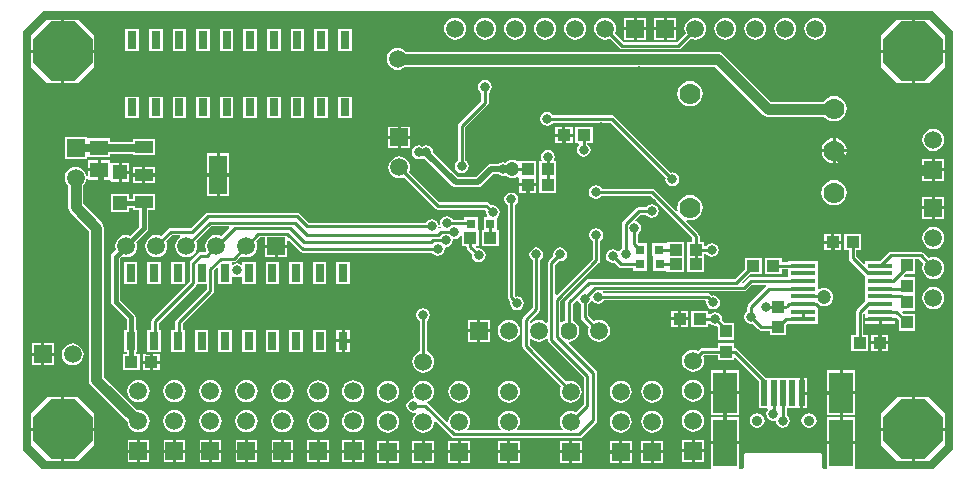
<source format=gtl>
%FSAX24Y24*%
%MOIN*%
G70*
G01*
G75*
G04 Layer_Physical_Order=1*
G04 Layer_Color=255*
%ADD10R,0.0433X0.0394*%
%ADD11R,0.0394X0.0433*%
%ADD12R,0.0315X0.0315*%
%ADD13R,0.0846X0.0157*%
%ADD14R,0.0846X0.0157*%
%ADD15R,0.0472X0.0472*%
%ADD16R,0.0591X0.1299*%
%ADD17R,0.0591X0.0394*%
%ADD18R,0.0197X0.0886*%
%ADD19R,0.0807X0.1575*%
%ADD20R,0.0807X0.1378*%
%ADD21R,0.0807X0.1378*%
%ADD22R,0.0315X0.0591*%
%ADD23R,0.0591X0.0512*%
%ADD24C,0.0100*%
%ADD25C,0.0150*%
%ADD26C,0.0080*%
%ADD27C,0.0350*%
%ADD28C,0.0250*%
%ADD29C,0.0200*%
%ADD30C,0.0591*%
%ADD31R,0.0591X0.0591*%
%ADD32R,0.0591X0.0591*%
%ADD33P,0.2131X8X22.5*%
%ADD34C,0.0700*%
%ADD35O,0.0551X0.0591*%
%ADD36C,0.0500*%
%ADD37C,0.0472*%
%ADD38C,0.0315*%
%ADD39C,0.0276*%
%ADD40C,0.0350*%
%ADD41C,0.0354*%
G36*
X056039Y029026D02*
Y015068D01*
X055404Y014433D01*
X052803D01*
Y015237D01*
X051855D01*
Y014433D01*
X051735D01*
X051676Y014473D01*
X051681Y014500D01*
Y014890D01*
X051676Y014918D01*
X051660Y014941D01*
X051637Y014956D01*
X051610Y014962D01*
X049169D01*
X049141Y014956D01*
X049118Y014941D01*
X049103Y014918D01*
X049097Y014890D01*
Y014500D01*
X049103Y014473D01*
X049043Y014433D01*
X048925D01*
Y015237D01*
X047977D01*
Y014433D01*
X025698D01*
X025063Y015068D01*
Y029026D01*
X025708Y029671D01*
X055394D01*
X056039Y029026D01*
D02*
G37*
%LPC*%
G36*
X052279Y016911D02*
X051855D01*
Y016202D01*
X052279D01*
Y016911D01*
D02*
G37*
G36*
X048925D02*
X048501D01*
Y016202D01*
X048925D01*
Y016911D01*
D02*
G37*
G36*
X051188Y016901D02*
X051070D01*
Y016438D01*
X051188D01*
Y016901D01*
D02*
G37*
G36*
X052803Y016911D02*
X052379D01*
Y016202D01*
X052803D01*
Y016911D01*
D02*
G37*
G36*
X054674Y016802D02*
X054197D01*
X053670Y016275D01*
Y015798D01*
X054674D01*
Y016802D01*
D02*
G37*
G36*
X026905D02*
X026428D01*
Y015798D01*
X027432D01*
Y016275D01*
X026905Y016802D01*
D02*
G37*
G36*
X048401Y016911D02*
X047977D01*
Y016202D01*
X048401D01*
Y016911D01*
D02*
G37*
G36*
X055252Y016802D02*
X054774D01*
Y015798D01*
X055779D01*
Y016275D01*
X055252Y016802D01*
D02*
G37*
G36*
X034900Y017378D02*
X034805Y017366D01*
X034716Y017329D01*
X034639Y017271D01*
X034581Y017194D01*
X034544Y017105D01*
X034532Y017010D01*
X034544Y016915D01*
X034581Y016826D01*
X034639Y016749D01*
X034716Y016691D01*
X034805Y016654D01*
X034900Y016642D01*
X034995Y016654D01*
X035084Y016691D01*
X035161Y016749D01*
X035219Y016826D01*
X035256Y016915D01*
X035268Y017010D01*
X035256Y017105D01*
X035219Y017194D01*
X035161Y017271D01*
X035084Y017329D01*
X034995Y017366D01*
X034900Y017378D01*
D02*
G37*
G36*
X046030Y017368D02*
X045935Y017356D01*
X045846Y017319D01*
X045769Y017261D01*
X045711Y017184D01*
X045674Y017095D01*
X045662Y017000D01*
X045674Y016905D01*
X045711Y016816D01*
X045769Y016739D01*
X045846Y016681D01*
X045935Y016644D01*
X046030Y016632D01*
X046125Y016644D01*
X046214Y016681D01*
X046291Y016739D01*
X046349Y016816D01*
X046386Y016905D01*
X046398Y017000D01*
X046386Y017095D01*
X046349Y017184D01*
X046291Y017261D01*
X046214Y017319D01*
X046125Y017356D01*
X046030Y017368D01*
D02*
G37*
G36*
X028905Y017386D02*
X028810Y017374D01*
X028721Y017337D01*
X028644Y017278D01*
X028586Y017202D01*
X028549Y017113D01*
X028537Y017018D01*
X028549Y016922D01*
X028586Y016833D01*
X028644Y016757D01*
X028721Y016699D01*
X028810Y016662D01*
X028905Y016649D01*
X029000Y016662D01*
X029089Y016699D01*
X029165Y016757D01*
X029224Y016833D01*
X029261Y016922D01*
X029273Y017018D01*
X029261Y017113D01*
X029224Y017202D01*
X029165Y017278D01*
X029089Y017337D01*
X029000Y017374D01*
X028905Y017386D01*
D02*
G37*
G36*
X036060Y017378D02*
X035965Y017366D01*
X035876Y017329D01*
X035799Y017271D01*
X035741Y017194D01*
X035704Y017105D01*
X035692Y017010D01*
X035704Y016915D01*
X035741Y016826D01*
X035799Y016749D01*
X035876Y016691D01*
X035965Y016654D01*
X036060Y016642D01*
X036155Y016654D01*
X036244Y016691D01*
X036321Y016749D01*
X036379Y016826D01*
X036416Y016915D01*
X036428Y017010D01*
X036416Y017105D01*
X036379Y017194D01*
X036321Y017271D01*
X036244Y017329D01*
X036155Y017366D01*
X036060Y017378D01*
D02*
G37*
G36*
X039600Y017368D02*
X039505Y017356D01*
X039416Y017319D01*
X039339Y017261D01*
X039281Y017184D01*
X039244Y017095D01*
X039232Y017000D01*
X039244Y016905D01*
X039281Y016816D01*
X039339Y016739D01*
X039416Y016681D01*
X039505Y016644D01*
X039600Y016632D01*
X039695Y016644D01*
X039784Y016681D01*
X039861Y016739D01*
X039919Y016816D01*
X039956Y016905D01*
X039968Y017000D01*
X039956Y017095D01*
X039919Y017184D01*
X039861Y017261D01*
X039784Y017319D01*
X039695Y017356D01*
X039600Y017368D01*
D02*
G37*
G36*
X037220D02*
X037125Y017356D01*
X037036Y017319D01*
X036959Y017261D01*
X036901Y017184D01*
X036864Y017095D01*
X036852Y017000D01*
X036864Y016905D01*
X036901Y016816D01*
X036959Y016739D01*
X037036Y016681D01*
X037125Y016644D01*
X037220Y016632D01*
X037315Y016644D01*
X037404Y016681D01*
X037481Y016739D01*
X037539Y016816D01*
X037576Y016905D01*
X037588Y017000D01*
X037576Y017095D01*
X037539Y017184D01*
X037481Y017261D01*
X037404Y017319D01*
X037315Y017356D01*
X037220Y017368D01*
D02*
G37*
G36*
X044980D02*
X044885Y017356D01*
X044796Y017319D01*
X044719Y017261D01*
X044661Y017184D01*
X044624Y017095D01*
X044612Y017000D01*
X044624Y016905D01*
X044661Y016816D01*
X044719Y016739D01*
X044796Y016681D01*
X044885Y016644D01*
X044980Y016632D01*
X045075Y016644D01*
X045164Y016681D01*
X045241Y016739D01*
X045299Y016816D01*
X045336Y016905D01*
X045348Y017000D01*
X045336Y017095D01*
X045299Y017184D01*
X045241Y017261D01*
X045164Y017319D01*
X045075Y017356D01*
X044980Y017368D01*
D02*
G37*
G36*
X041250D02*
X041155Y017356D01*
X041066Y017319D01*
X040989Y017261D01*
X040931Y017184D01*
X040894Y017095D01*
X040882Y017000D01*
X040894Y016905D01*
X040931Y016816D01*
X040989Y016739D01*
X041066Y016681D01*
X041155Y016644D01*
X041250Y016632D01*
X041345Y016644D01*
X041434Y016681D01*
X041511Y016739D01*
X041569Y016816D01*
X041606Y016905D01*
X041618Y017000D01*
X041606Y017095D01*
X041569Y017184D01*
X041511Y017261D01*
X041434Y017319D01*
X041345Y017356D01*
X041250Y017368D01*
D02*
G37*
G36*
X046030Y016368D02*
X045935Y016356D01*
X045846Y016319D01*
X045769Y016261D01*
X045711Y016184D01*
X045674Y016095D01*
X045662Y016000D01*
X045674Y015905D01*
X045711Y015816D01*
X045769Y015739D01*
X045846Y015681D01*
X045935Y015644D01*
X046030Y015632D01*
X046125Y015644D01*
X046214Y015681D01*
X046291Y015739D01*
X046349Y015816D01*
X046386Y015905D01*
X046398Y016000D01*
X046386Y016095D01*
X046349Y016184D01*
X046291Y016261D01*
X046214Y016319D01*
X046125Y016356D01*
X046030Y016368D01*
D02*
G37*
G36*
X044980D02*
X044885Y016356D01*
X044796Y016319D01*
X044719Y016261D01*
X044661Y016184D01*
X044624Y016095D01*
X044612Y016000D01*
X044624Y015905D01*
X044661Y015816D01*
X044719Y015739D01*
X044796Y015681D01*
X044885Y015644D01*
X044980Y015632D01*
X045075Y015644D01*
X045164Y015681D01*
X045241Y015739D01*
X045299Y015816D01*
X045336Y015905D01*
X045348Y016000D01*
X045336Y016095D01*
X045299Y016184D01*
X045241Y016261D01*
X045164Y016319D01*
X045075Y016356D01*
X044980Y016368D01*
D02*
G37*
G36*
X036060Y016378D02*
X035965Y016366D01*
X035876Y016329D01*
X035799Y016271D01*
X035741Y016194D01*
X035704Y016105D01*
X035692Y016010D01*
X035704Y015915D01*
X035741Y015826D01*
X035799Y015749D01*
X035876Y015691D01*
X035965Y015654D01*
X036060Y015642D01*
X036155Y015654D01*
X036244Y015691D01*
X036321Y015749D01*
X036379Y015826D01*
X036416Y015915D01*
X036428Y016010D01*
X036416Y016105D01*
X036379Y016194D01*
X036321Y016271D01*
X036244Y016329D01*
X036155Y016366D01*
X036060Y016378D01*
D02*
G37*
G36*
X034900D02*
X034805Y016366D01*
X034716Y016329D01*
X034639Y016271D01*
X034581Y016194D01*
X034544Y016105D01*
X034532Y016010D01*
X034544Y015915D01*
X034581Y015826D01*
X034639Y015749D01*
X034716Y015691D01*
X034805Y015654D01*
X034900Y015642D01*
X034995Y015654D01*
X035084Y015691D01*
X035161Y015749D01*
X035219Y015826D01*
X035256Y015915D01*
X035268Y016010D01*
X035256Y016105D01*
X035219Y016194D01*
X035161Y016271D01*
X035084Y016329D01*
X034995Y016366D01*
X034900Y016378D01*
D02*
G37*
G36*
X052279Y016145D02*
X051855D01*
Y015337D01*
X052279D01*
Y016145D01*
D02*
G37*
G36*
X048925Y016145D02*
X048501D01*
Y015337D01*
X048925D01*
Y016145D01*
D02*
G37*
G36*
X037220Y016368D02*
X037125Y016356D01*
X037036Y016319D01*
X036959Y016261D01*
X036901Y016184D01*
X036864Y016095D01*
X036852Y016000D01*
X036864Y015905D01*
X036901Y015816D01*
X036959Y015739D01*
X037036Y015681D01*
X037125Y015644D01*
X037220Y015632D01*
X037315Y015644D01*
X037404Y015681D01*
X037481Y015739D01*
X037539Y015816D01*
X037576Y015905D01*
X037588Y016000D01*
X037576Y016095D01*
X037539Y016184D01*
X037481Y016261D01*
X037404Y016319D01*
X037315Y016356D01*
X037220Y016368D01*
D02*
G37*
G36*
X052803Y016145D02*
X052379D01*
Y015337D01*
X052803D01*
Y016145D01*
D02*
G37*
G36*
X049524Y016287D02*
X049427Y016268D01*
X049346Y016214D01*
X049291Y016132D01*
X049272Y016035D01*
X049291Y015939D01*
X049346Y015857D01*
X049427Y015803D01*
X049524Y015783D01*
X049620Y015803D01*
X049702Y015857D01*
X049757Y015939D01*
X049776Y016035D01*
X049757Y016132D01*
X049702Y016214D01*
X049620Y016268D01*
X049524Y016287D01*
D02*
G37*
G36*
X047390Y016398D02*
X047295Y016386D01*
X047206Y016349D01*
X047129Y016291D01*
X047071Y016214D01*
X047034Y016125D01*
X047022Y016030D01*
X047034Y015935D01*
X047071Y015846D01*
X047129Y015769D01*
X047206Y015711D01*
X047295Y015674D01*
X047390Y015662D01*
X047485Y015674D01*
X047574Y015711D01*
X047651Y015769D01*
X047709Y015846D01*
X047746Y015935D01*
X047758Y016030D01*
X047746Y016125D01*
X047709Y016214D01*
X047651Y016291D01*
X047574Y016349D01*
X047485Y016386D01*
X047390Y016398D01*
D02*
G37*
G36*
X026328Y016802D02*
X025851D01*
X025324Y016275D01*
Y015798D01*
X026328D01*
Y016802D01*
D02*
G37*
G36*
X051256Y016287D02*
X051160Y016268D01*
X051078Y016214D01*
X051023Y016132D01*
X051004Y016035D01*
X051023Y015939D01*
X051078Y015857D01*
X051160Y015803D01*
X051256Y015783D01*
X051353Y015803D01*
X051434Y015857D01*
X051489Y015939D01*
X051508Y016035D01*
X051489Y016132D01*
X051434Y016214D01*
X051353Y016268D01*
X051256Y016287D01*
D02*
G37*
G36*
X031305Y016386D02*
X031210Y016374D01*
X031121Y016337D01*
X031044Y016278D01*
X030986Y016202D01*
X030949Y016113D01*
X030937Y016018D01*
X030949Y015922D01*
X030986Y015833D01*
X031044Y015757D01*
X031121Y015699D01*
X031210Y015662D01*
X031305Y015649D01*
X031400Y015662D01*
X031489Y015699D01*
X031565Y015757D01*
X031624Y015833D01*
X031661Y015922D01*
X031673Y016018D01*
X031661Y016113D01*
X031624Y016202D01*
X031565Y016278D01*
X031489Y016337D01*
X031400Y016374D01*
X031305Y016386D01*
D02*
G37*
G36*
X030105D02*
X030010Y016374D01*
X029921Y016337D01*
X029844Y016278D01*
X029786Y016202D01*
X029749Y016113D01*
X029737Y016018D01*
X029749Y015922D01*
X029786Y015833D01*
X029844Y015757D01*
X029921Y015699D01*
X030010Y015662D01*
X030105Y015649D01*
X030200Y015662D01*
X030289Y015699D01*
X030365Y015757D01*
X030424Y015833D01*
X030461Y015922D01*
X030473Y016018D01*
X030461Y016113D01*
X030424Y016202D01*
X030365Y016278D01*
X030289Y016337D01*
X030200Y016374D01*
X030105Y016386D01*
D02*
G37*
G36*
X033705D02*
X033610Y016374D01*
X033521Y016337D01*
X033444Y016278D01*
X033386Y016202D01*
X033349Y016113D01*
X033337Y016018D01*
X033349Y015922D01*
X033386Y015833D01*
X033444Y015757D01*
X033521Y015699D01*
X033610Y015662D01*
X033705Y015649D01*
X033800Y015662D01*
X033889Y015699D01*
X033965Y015757D01*
X034024Y015833D01*
X034061Y015922D01*
X034073Y016018D01*
X034061Y016113D01*
X034024Y016202D01*
X033965Y016278D01*
X033889Y016337D01*
X033800Y016374D01*
X033705Y016386D01*
D02*
G37*
G36*
X032505D02*
X032410Y016374D01*
X032321Y016337D01*
X032244Y016278D01*
X032186Y016202D01*
X032149Y016113D01*
X032137Y016018D01*
X032149Y015922D01*
X032186Y015833D01*
X032244Y015757D01*
X032321Y015699D01*
X032410Y015662D01*
X032505Y015649D01*
X032600Y015662D01*
X032689Y015699D01*
X032765Y015757D01*
X032824Y015833D01*
X032861Y015922D01*
X032873Y016018D01*
X032861Y016113D01*
X032824Y016202D01*
X032765Y016278D01*
X032689Y016337D01*
X032600Y016374D01*
X032505Y016386D01*
D02*
G37*
G36*
X032020Y019055D02*
X031566D01*
Y018325D01*
X032020D01*
Y019055D01*
D02*
G37*
G36*
X031233D02*
X030778D01*
Y018325D01*
X031233D01*
Y019055D01*
D02*
G37*
G36*
X033595D02*
X033140D01*
Y018325D01*
X033595D01*
Y019055D01*
D02*
G37*
G36*
X032808D02*
X032353D01*
Y018325D01*
X032808D01*
Y019055D01*
D02*
G37*
G36*
X029621Y018237D02*
X029385D01*
Y018020D01*
X029621D01*
Y018237D01*
D02*
G37*
G36*
X029285D02*
X029048D01*
Y018020D01*
X029285D01*
Y018237D01*
D02*
G37*
G36*
X026075Y018605D02*
X025760D01*
Y018290D01*
X026075D01*
Y018605D01*
D02*
G37*
G36*
X025660D02*
X025345D01*
Y018290D01*
X025660D01*
Y018605D01*
D02*
G37*
G36*
X053901Y018570D02*
X053665D01*
Y018353D01*
X053901D01*
Y018570D01*
D02*
G37*
G36*
X053565D02*
X053328D01*
Y018353D01*
X053565D01*
Y018570D01*
D02*
G37*
G36*
X041250Y019398D02*
X041155Y019386D01*
X041066Y019349D01*
X040989Y019291D01*
X040931Y019214D01*
X040894Y019125D01*
X040882Y019030D01*
X040894Y018935D01*
X040931Y018846D01*
X040989Y018769D01*
X041066Y018711D01*
X041155Y018674D01*
X041250Y018662D01*
X041345Y018674D01*
X041434Y018711D01*
X041511Y018769D01*
X041569Y018846D01*
X041606Y018935D01*
X041618Y019030D01*
X041606Y019125D01*
X041569Y019214D01*
X041511Y019291D01*
X041434Y019349D01*
X041345Y019386D01*
X041250Y019398D01*
D02*
G37*
G36*
X048757Y018622D02*
X048223D01*
Y018458D01*
X047695D01*
X047649Y018448D01*
X047609Y018422D01*
X047547Y018360D01*
X047485Y018386D01*
X047390Y018398D01*
X047295Y018386D01*
X047206Y018349D01*
X047129Y018291D01*
X047071Y018214D01*
X047034Y018125D01*
X047022Y018030D01*
X047034Y017935D01*
X047071Y017846D01*
X047129Y017769D01*
X047206Y017711D01*
X047295Y017674D01*
X047390Y017662D01*
X047485Y017674D01*
X047574Y017711D01*
X047651Y017769D01*
X047709Y017846D01*
X047746Y017935D01*
X047758Y018030D01*
X047746Y018125D01*
X047720Y018187D01*
X047746Y018213D01*
X048223D01*
Y018049D01*
X048757D01*
Y018115D01*
X048803Y018134D01*
X049592Y017345D01*
Y016438D01*
X049852D01*
X049876Y016394D01*
X049846Y016349D01*
X049828Y016260D01*
X049846Y016171D01*
X049896Y016096D01*
X049971Y016046D01*
X050060Y016028D01*
X050109Y016038D01*
X050148Y016030D01*
X050166Y015941D01*
X050216Y015866D01*
X050291Y015816D01*
X050380Y015798D01*
X050469Y015816D01*
X050544Y015866D01*
X050594Y015941D01*
X050612Y016030D01*
X050594Y016119D01*
X050544Y016194D01*
X050512Y016215D01*
Y016438D01*
X050970D01*
Y016951D01*
Y017464D01*
X049819D01*
X048861Y018422D01*
X048821Y018448D01*
X048775Y018458D01*
X048757D01*
Y018622D01*
D02*
G37*
G36*
X035170Y019055D02*
X034715D01*
Y018325D01*
X035170D01*
Y019055D01*
D02*
G37*
G36*
X034383D02*
X033928D01*
Y018325D01*
X034383D01*
Y019055D01*
D02*
G37*
G36*
X035957Y018640D02*
X035780D01*
Y018325D01*
X035957D01*
Y018640D01*
D02*
G37*
G36*
X035680D02*
X035503D01*
Y018325D01*
X035680D01*
Y018640D01*
D02*
G37*
G36*
X051188Y017464D02*
X051070D01*
Y017001D01*
X051188D01*
Y017464D01*
D02*
G37*
G36*
X047390Y017398D02*
X047295Y017386D01*
X047206Y017349D01*
X047129Y017291D01*
X047071Y017214D01*
X047034Y017125D01*
X047022Y017030D01*
X047034Y016935D01*
X047071Y016846D01*
X047129Y016769D01*
X047206Y016711D01*
X047295Y016674D01*
X047390Y016662D01*
X047485Y016674D01*
X047574Y016711D01*
X047651Y016769D01*
X047709Y016846D01*
X047746Y016935D01*
X047758Y017030D01*
X047746Y017125D01*
X047709Y017214D01*
X047651Y017291D01*
X047574Y017349D01*
X047485Y017386D01*
X047390Y017398D01*
D02*
G37*
G36*
X048925Y017720D02*
X048501D01*
Y017011D01*
X048925D01*
Y017720D01*
D02*
G37*
G36*
X048401D02*
X047977D01*
Y017011D01*
X048401D01*
Y017720D01*
D02*
G37*
G36*
X031305Y017386D02*
X031210Y017374D01*
X031121Y017337D01*
X031044Y017278D01*
X030986Y017202D01*
X030949Y017113D01*
X030937Y017018D01*
X030949Y016922D01*
X030986Y016833D01*
X031044Y016757D01*
X031121Y016699D01*
X031210Y016662D01*
X031305Y016649D01*
X031400Y016662D01*
X031489Y016699D01*
X031565Y016757D01*
X031624Y016833D01*
X031661Y016922D01*
X031673Y017018D01*
X031661Y017113D01*
X031624Y017202D01*
X031565Y017278D01*
X031489Y017337D01*
X031400Y017374D01*
X031305Y017386D01*
D02*
G37*
G36*
X030105D02*
X030010Y017374D01*
X029921Y017337D01*
X029844Y017278D01*
X029786Y017202D01*
X029749Y017113D01*
X029737Y017018D01*
X029749Y016922D01*
X029786Y016833D01*
X029844Y016757D01*
X029921Y016699D01*
X030010Y016662D01*
X030105Y016649D01*
X030200Y016662D01*
X030289Y016699D01*
X030365Y016757D01*
X030424Y016833D01*
X030461Y016922D01*
X030473Y017018D01*
X030461Y017113D01*
X030424Y017202D01*
X030365Y017278D01*
X030289Y017337D01*
X030200Y017374D01*
X030105Y017386D01*
D02*
G37*
G36*
X033705D02*
X033610Y017374D01*
X033521Y017337D01*
X033444Y017278D01*
X033386Y017202D01*
X033349Y017113D01*
X033337Y017018D01*
X033349Y016922D01*
X033386Y016833D01*
X033444Y016757D01*
X033521Y016699D01*
X033610Y016662D01*
X033705Y016649D01*
X033800Y016662D01*
X033889Y016699D01*
X033965Y016757D01*
X034024Y016833D01*
X034061Y016922D01*
X034073Y017018D01*
X034061Y017113D01*
X034024Y017202D01*
X033965Y017278D01*
X033889Y017337D01*
X033800Y017374D01*
X033705Y017386D01*
D02*
G37*
G36*
X032505D02*
X032410Y017374D01*
X032321Y017337D01*
X032244Y017278D01*
X032186Y017202D01*
X032149Y017113D01*
X032137Y017018D01*
X032149Y016922D01*
X032186Y016833D01*
X032244Y016757D01*
X032321Y016699D01*
X032410Y016662D01*
X032505Y016649D01*
X032600Y016662D01*
X032689Y016699D01*
X032765Y016757D01*
X032824Y016833D01*
X032861Y016922D01*
X032873Y017018D01*
X032861Y017113D01*
X032824Y017202D01*
X032765Y017278D01*
X032689Y017337D01*
X032600Y017374D01*
X032505Y017386D01*
D02*
G37*
G36*
X026710Y018608D02*
X026615Y018596D01*
X026526Y018559D01*
X026449Y018501D01*
X026391Y018424D01*
X026354Y018335D01*
X026342Y018240D01*
X026354Y018145D01*
X026391Y018056D01*
X026449Y017979D01*
X026526Y017921D01*
X026615Y017884D01*
X026710Y017872D01*
X026805Y017884D01*
X026894Y017921D01*
X026971Y017979D01*
X027029Y018056D01*
X027066Y018145D01*
X027078Y018240D01*
X027066Y018335D01*
X027029Y018424D01*
X026971Y018501D01*
X026894Y018559D01*
X026805Y018596D01*
X026710Y018608D01*
D02*
G37*
G36*
X029621Y017920D02*
X029385D01*
Y017703D01*
X029621D01*
Y017920D01*
D02*
G37*
G36*
X026075Y018190D02*
X025760D01*
Y017875D01*
X026075D01*
Y018190D01*
D02*
G37*
G36*
X025660D02*
X025345D01*
Y017875D01*
X025660D01*
Y018190D01*
D02*
G37*
G36*
X052803Y017720D02*
X052379D01*
Y017011D01*
X052803D01*
Y017720D01*
D02*
G37*
G36*
X052279D02*
X051855D01*
Y017011D01*
X052279D01*
Y017720D01*
D02*
G37*
G36*
X029285Y017920D02*
X029048D01*
Y017703D01*
X029285D01*
Y017920D01*
D02*
G37*
G36*
X038390Y019782D02*
X038301Y019764D01*
X038226Y019714D01*
X038176Y019639D01*
X038158Y019550D01*
X038176Y019461D01*
X038226Y019386D01*
X038278Y019351D01*
Y018345D01*
X038216Y018319D01*
X038139Y018261D01*
X038081Y018184D01*
X038044Y018095D01*
X038032Y018000D01*
X038044Y017905D01*
X038081Y017816D01*
X038139Y017739D01*
X038216Y017681D01*
X038305Y017644D01*
X038400Y017632D01*
X038495Y017644D01*
X038584Y017681D01*
X038661Y017739D01*
X038719Y017816D01*
X038756Y017905D01*
X038768Y018000D01*
X038756Y018095D01*
X038719Y018184D01*
X038661Y018261D01*
X038584Y018319D01*
X038522Y018345D01*
Y019365D01*
X038554Y019386D01*
X038604Y019461D01*
X038622Y019550D01*
X038604Y019639D01*
X038554Y019714D01*
X038479Y019764D01*
X038390Y019782D01*
D02*
G37*
G36*
X048401Y016145D02*
X047977D01*
Y015337D01*
X048401D01*
Y016145D01*
D02*
G37*
G36*
X030470Y014968D02*
X030155D01*
Y014652D01*
X030470D01*
Y014968D01*
D02*
G37*
G36*
X030055D02*
X029740D01*
Y014652D01*
X030055D01*
Y014968D01*
D02*
G37*
G36*
X031670D02*
X031355D01*
Y014652D01*
X031670D01*
Y014968D01*
D02*
G37*
G36*
X031255D02*
X030940D01*
Y014652D01*
X031255D01*
Y014968D01*
D02*
G37*
G36*
X036425Y014960D02*
X036110D01*
Y014645D01*
X036425D01*
Y014960D01*
D02*
G37*
G36*
X036010D02*
X035695D01*
Y014645D01*
X036010D01*
Y014960D01*
D02*
G37*
G36*
X029270Y014968D02*
X028955D01*
Y014652D01*
X029270D01*
Y014968D01*
D02*
G37*
G36*
X028855D02*
X028540D01*
Y014652D01*
X028855D01*
Y014968D01*
D02*
G37*
G36*
X047755Y014980D02*
X047440D01*
Y014665D01*
X047755D01*
Y014980D01*
D02*
G37*
G36*
X047340D02*
X047025D01*
Y014665D01*
X047340D01*
Y014980D01*
D02*
G37*
G36*
X027432Y015698D02*
X026428D01*
Y014694D01*
X026905D01*
X027432Y015221D01*
Y015698D01*
D02*
G37*
G36*
X026328D02*
X025324D01*
Y015221D01*
X025851Y014694D01*
X026328D01*
Y015698D01*
D02*
G37*
G36*
X032870Y014968D02*
X032555D01*
Y014652D01*
X032870D01*
Y014968D01*
D02*
G37*
G36*
X032455D02*
X032140D01*
Y014652D01*
X032455D01*
Y014968D01*
D02*
G37*
G36*
X034070D02*
X033755D01*
Y014652D01*
X034070D01*
Y014968D01*
D02*
G37*
G36*
X033655D02*
X033340D01*
Y014652D01*
X033655D01*
Y014968D01*
D02*
G37*
G36*
X039965Y014950D02*
X039650D01*
Y014635D01*
X039965D01*
Y014950D01*
D02*
G37*
G36*
X039550D02*
X039235D01*
Y014635D01*
X039550D01*
Y014950D01*
D02*
G37*
G36*
X041615D02*
X041300D01*
Y014635D01*
X041615D01*
Y014950D01*
D02*
G37*
G36*
X041200D02*
X040885D01*
Y014635D01*
X041200D01*
Y014950D01*
D02*
G37*
G36*
X037585D02*
X037270D01*
Y014635D01*
X037585D01*
Y014950D01*
D02*
G37*
G36*
X037170D02*
X036855D01*
Y014635D01*
X037170D01*
Y014950D01*
D02*
G37*
G36*
X038765D02*
X038450D01*
Y014635D01*
X038765D01*
Y014950D01*
D02*
G37*
G36*
X038350D02*
X038035D01*
Y014635D01*
X038350D01*
Y014950D01*
D02*
G37*
G36*
X046395D02*
X046080D01*
Y014635D01*
X046395D01*
Y014950D01*
D02*
G37*
G36*
X045980D02*
X045665D01*
Y014635D01*
X045980D01*
Y014950D01*
D02*
G37*
G36*
X035265Y014960D02*
X034950D01*
Y014645D01*
X035265D01*
Y014960D01*
D02*
G37*
G36*
X034850D02*
X034535D01*
Y014645D01*
X034850D01*
Y014960D01*
D02*
G37*
G36*
X043675Y014950D02*
X043360D01*
Y014635D01*
X043675D01*
Y014950D01*
D02*
G37*
G36*
X043260D02*
X042945D01*
Y014635D01*
X043260D01*
Y014950D01*
D02*
G37*
G36*
X045345D02*
X045030D01*
Y014635D01*
X045345D01*
Y014950D01*
D02*
G37*
G36*
X044930D02*
X044615D01*
Y014635D01*
X044930D01*
Y014950D01*
D02*
G37*
G36*
X029270Y015383D02*
X028955D01*
Y015068D01*
X029270D01*
Y015383D01*
D02*
G37*
G36*
X028855D02*
X028540D01*
Y015068D01*
X028855D01*
Y015383D01*
D02*
G37*
G36*
X030470D02*
X030155D01*
Y015068D01*
X030470D01*
Y015383D01*
D02*
G37*
G36*
X030055D02*
X029740D01*
Y015068D01*
X030055D01*
Y015383D01*
D02*
G37*
G36*
X035265Y015375D02*
X034950D01*
Y015060D01*
X035265D01*
Y015375D01*
D02*
G37*
G36*
X034850D02*
X034535D01*
Y015060D01*
X034850D01*
Y015375D01*
D02*
G37*
G36*
X036425D02*
X036110D01*
Y015060D01*
X036425D01*
Y015375D01*
D02*
G37*
G36*
X036010D02*
X035695D01*
Y015060D01*
X036010D01*
Y015375D01*
D02*
G37*
G36*
X034070Y015383D02*
X033755D01*
Y015068D01*
X034070D01*
Y015383D01*
D02*
G37*
G36*
X033655D02*
X033340D01*
Y015068D01*
X033655D01*
Y015383D01*
D02*
G37*
G36*
X047755Y015395D02*
X047440D01*
Y015080D01*
X047755D01*
Y015395D01*
D02*
G37*
G36*
X047340D02*
X047025D01*
Y015080D01*
X047340D01*
Y015395D01*
D02*
G37*
G36*
X031670Y015383D02*
X031355D01*
Y015068D01*
X031670D01*
Y015383D01*
D02*
G37*
G36*
X031255D02*
X030940D01*
Y015068D01*
X031255D01*
Y015383D01*
D02*
G37*
G36*
X032870D02*
X032555D01*
Y015068D01*
X032870D01*
Y015383D01*
D02*
G37*
G36*
X032455D02*
X032140D01*
Y015068D01*
X032455D01*
Y015383D01*
D02*
G37*
G36*
X038765Y015365D02*
X038450D01*
Y015050D01*
X038765D01*
Y015365D01*
D02*
G37*
G36*
X038350D02*
X038035D01*
Y015050D01*
X038350D01*
Y015365D01*
D02*
G37*
G36*
X039965D02*
X039650D01*
Y015050D01*
X039965D01*
Y015365D01*
D02*
G37*
G36*
X039550D02*
X039235D01*
Y015050D01*
X039550D01*
Y015365D01*
D02*
G37*
G36*
X055779Y015698D02*
X054774D01*
Y014694D01*
X055252D01*
X055779Y015221D01*
Y015698D01*
D02*
G37*
G36*
X054674D02*
X053670D01*
Y015221D01*
X054197Y014694D01*
X054674D01*
Y015698D01*
D02*
G37*
G36*
X037585Y015365D02*
X037270D01*
Y015050D01*
X037585D01*
Y015365D01*
D02*
G37*
G36*
X037170D02*
X036855D01*
Y015050D01*
X037170D01*
Y015365D01*
D02*
G37*
G36*
X045345D02*
X045030D01*
Y015050D01*
X045345D01*
Y015365D01*
D02*
G37*
G36*
X044930D02*
X044615D01*
Y015050D01*
X044930D01*
Y015365D01*
D02*
G37*
G36*
X046395D02*
X046080D01*
Y015050D01*
X046395D01*
Y015365D01*
D02*
G37*
G36*
X045980D02*
X045665D01*
Y015050D01*
X045980D01*
Y015365D01*
D02*
G37*
G36*
X041615D02*
X041300D01*
Y015050D01*
X041615D01*
Y015365D01*
D02*
G37*
G36*
X041200D02*
X040885D01*
Y015050D01*
X041200D01*
Y015365D01*
D02*
G37*
G36*
X043675D02*
X043360D01*
Y015050D01*
X043675D01*
Y015365D01*
D02*
G37*
G36*
X043260D02*
X042945D01*
Y015050D01*
X043260D01*
Y015365D01*
D02*
G37*
G36*
X032070Y026835D02*
X031616D01*
Y026105D01*
X032070D01*
Y026835D01*
D02*
G37*
G36*
X031283D02*
X030828D01*
Y026105D01*
X031283D01*
Y026835D01*
D02*
G37*
G36*
X033645D02*
X033190D01*
Y026105D01*
X033645D01*
Y026835D01*
D02*
G37*
G36*
X032858D02*
X032403D01*
Y026105D01*
X032858D01*
Y026835D01*
D02*
G37*
G36*
X028921D02*
X028466D01*
Y026105D01*
X028921D01*
Y026835D01*
D02*
G37*
G36*
X037540Y028458D02*
X037445Y028446D01*
X037356Y028409D01*
X037279Y028351D01*
X037221Y028274D01*
X037184Y028185D01*
X037172Y028090D01*
X037184Y027995D01*
X037221Y027906D01*
X037279Y027829D01*
X037356Y027771D01*
X037445Y027734D01*
X037540Y027722D01*
X037635Y027734D01*
X037724Y027771D01*
X037801Y027829D01*
X037801Y027830D01*
X048117D01*
X049713Y026233D01*
X049794Y026179D01*
X049890Y026160D01*
X051768D01*
X051790Y026130D01*
X051878Y026063D01*
X051980Y026021D01*
X052090Y026006D01*
X052200Y026021D01*
X052302Y026063D01*
X052390Y026130D01*
X052457Y026218D01*
X052499Y026320D01*
X052514Y026430D01*
X052499Y026540D01*
X052457Y026642D01*
X052390Y026730D01*
X052302Y026797D01*
X052200Y026839D01*
X052090Y026854D01*
X051980Y026839D01*
X051878Y026797D01*
X051790Y026730D01*
X051737Y026660D01*
X049993D01*
X048397Y028257D01*
X048316Y028311D01*
X048220Y028330D01*
X037816D01*
X037801Y028351D01*
X037724Y028409D01*
X037635Y028446D01*
X037540Y028458D01*
D02*
G37*
G36*
X030496Y026835D02*
X030041D01*
Y026105D01*
X030496D01*
Y026835D01*
D02*
G37*
G36*
X029708D02*
X029253D01*
Y026105D01*
X029708D01*
Y026835D01*
D02*
G37*
G36*
X026328Y028296D02*
X025324D01*
Y027819D01*
X025851Y027292D01*
X026328D01*
Y028296D01*
D02*
G37*
G36*
X040450Y027392D02*
X040361Y027374D01*
X040286Y027324D01*
X040236Y027249D01*
X040218Y027160D01*
X040236Y027071D01*
X040286Y026996D01*
X040328Y026968D01*
Y026681D01*
X039593Y025947D01*
X039567Y025907D01*
X039558Y025860D01*
Y024700D01*
X039516Y024672D01*
X039466Y024597D01*
X039448Y024508D01*
X039466Y024419D01*
X039516Y024344D01*
X039591Y024294D01*
X039680Y024276D01*
X039769Y024294D01*
X039844Y024344D01*
X039894Y024419D01*
X039912Y024508D01*
X039894Y024597D01*
X039844Y024672D01*
X039802Y024700D01*
Y025809D01*
X040537Y026543D01*
X040563Y026583D01*
D01*
D01*
D01*
Y026583D01*
X040563D01*
D01*
D01*
D01*
D01*
X040563D01*
D01*
D01*
D01*
D01*
Y026583D01*
X040563D01*
D01*
Y026583D01*
D01*
D01*
D01*
D01*
D01*
D01*
D01*
D01*
D01*
D01*
D01*
D01*
Y026583D01*
D01*
X040563D01*
D01*
D01*
D01*
D01*
X040563Y026583D01*
X040572Y026630D01*
Y026968D01*
X040614Y026996D01*
X040664Y027071D01*
X040682Y027160D01*
X040664Y027249D01*
X040614Y027324D01*
X040539Y027374D01*
X040450Y027392D01*
D02*
G37*
G36*
X054674Y028296D02*
X053670D01*
Y027819D01*
X054197Y027292D01*
X054674D01*
Y028296D01*
D02*
G37*
G36*
X027432D02*
X026428D01*
Y027292D01*
X026905D01*
X027432Y027819D01*
Y028296D01*
D02*
G37*
G36*
X035220Y026835D02*
X034765D01*
Y026105D01*
X035220D01*
Y026835D01*
D02*
G37*
G36*
X034433D02*
X033978D01*
Y026105D01*
X034433D01*
Y026835D01*
D02*
G37*
G36*
X047290Y027354D02*
X047180Y027339D01*
X047078Y027297D01*
X046990Y027230D01*
X046923Y027142D01*
X046881Y027040D01*
X046866Y026930D01*
X046881Y026820D01*
X046923Y026718D01*
X046990Y026630D01*
X047078Y026563D01*
X047180Y026521D01*
X047290Y026506D01*
X047400Y026521D01*
X047502Y026563D01*
X047590Y026630D01*
X047657Y026718D01*
X047699Y026820D01*
X047714Y026930D01*
X047699Y027040D01*
X047657Y027142D01*
X047590Y027230D01*
X047502Y027297D01*
X047400Y027339D01*
X047290Y027354D01*
D02*
G37*
G36*
X036007Y026835D02*
X035553D01*
Y026105D01*
X036007D01*
Y026835D01*
D02*
G37*
G36*
X052040Y025447D02*
X051980Y025439D01*
X051878Y025397D01*
X051790Y025330D01*
X051723Y025242D01*
X051681Y025140D01*
X051673Y025080D01*
X052040D01*
Y025447D01*
D02*
G37*
G36*
X055400Y025758D02*
X055305Y025746D01*
X055216Y025709D01*
X055139Y025651D01*
X055081Y025574D01*
X055044Y025485D01*
X055032Y025390D01*
X055044Y025295D01*
X055081Y025206D01*
X055139Y025129D01*
X055216Y025071D01*
X055305Y025034D01*
X055400Y025022D01*
X055495Y025034D01*
X055584Y025071D01*
X055661Y025129D01*
X055719Y025206D01*
X055756Y025295D01*
X055768Y025390D01*
X055756Y025485D01*
X055719Y025574D01*
X055661Y025651D01*
X055584Y025709D01*
X055495Y025746D01*
X055400Y025758D01*
D02*
G37*
G36*
X037550Y025420D02*
X037235D01*
Y025105D01*
X037550D01*
Y025420D01*
D02*
G37*
G36*
X052140Y025447D02*
Y025080D01*
X052507D01*
X052499Y025140D01*
X052457Y025242D01*
X052390Y025330D01*
X052302Y025397D01*
X052200Y025439D01*
X052140Y025447D01*
D02*
G37*
G36*
X052507Y024980D02*
X052140D01*
Y024613D01*
X052200Y024621D01*
X052302Y024663D01*
X052390Y024730D01*
X052457Y024818D01*
X052499Y024920D01*
X052507Y024980D01*
D02*
G37*
G36*
X052040D02*
X051673D01*
X051681Y024920D01*
X051723Y024818D01*
X051790Y024730D01*
X051878Y024663D01*
X051980Y024621D01*
X052040Y024613D01*
Y024980D01*
D02*
G37*
G36*
X027175Y025495D02*
Y025495D01*
X026445D01*
Y024765D01*
X027175D01*
Y024808D01*
X027225D01*
Y024808D01*
X027955D01*
Y024931D01*
X028715D01*
Y024869D01*
X029445D01*
Y025402D01*
X028715D01*
Y025329D01*
X027955D01*
Y025460D01*
X027225D01*
Y025460D01*
X027211D01*
X027175Y025495D01*
D02*
G37*
G36*
X044041Y025807D02*
X043468D01*
Y025273D01*
X043563D01*
X043578Y025225D01*
X043576Y025224D01*
X043526Y025149D01*
X043508Y025060D01*
X043526Y024971D01*
X043576Y024896D01*
X043651Y024846D01*
X043740Y024828D01*
X043829Y024846D01*
X043904Y024896D01*
X043954Y024971D01*
X043972Y025060D01*
X043954Y025149D01*
X043904Y025224D01*
X043862Y025252D01*
Y025273D01*
X044041D01*
Y025807D01*
D02*
G37*
G36*
X037965Y025835D02*
X037650D01*
Y025520D01*
X037965D01*
Y025835D01*
D02*
G37*
G36*
X037550D02*
X037235D01*
Y025520D01*
X037550D01*
Y025835D01*
D02*
G37*
G36*
X043372Y025807D02*
X043135D01*
Y025590D01*
X043372D01*
Y025807D01*
D02*
G37*
G36*
X043035D02*
X042799D01*
Y025590D01*
X043035D01*
Y025807D01*
D02*
G37*
G36*
X038500Y025212D02*
X038411Y025194D01*
X038370Y025167D01*
X038329Y025194D01*
X038240Y025212D01*
X038151Y025194D01*
X038076Y025144D01*
X038026Y025069D01*
X038008Y024980D01*
X038026Y024891D01*
X038076Y024816D01*
X038151Y024766D01*
X038240Y024748D01*
X038329Y024766D01*
X038360Y024787D01*
X038380D01*
X038411Y024766D01*
X038458Y024757D01*
X039357Y023857D01*
X039357Y023857D01*
X039357D01*
X039357Y023857D01*
X039357D01*
X039357Y023857D01*
Y023857D01*
Y023857D01*
D01*
D01*
X039357D01*
Y023857D01*
X039413Y023820D01*
X039479Y023807D01*
X040220D01*
X040286Y023820D01*
X040343Y023857D01*
Y023857D01*
X040343D01*
D01*
D01*
D01*
D01*
D01*
D01*
X040343D01*
D01*
X040343D01*
Y023857D01*
D01*
D01*
D01*
D01*
Y023857D01*
D01*
D01*
D01*
D01*
D01*
D01*
Y023857D01*
D01*
D01*
X040343D01*
D01*
D01*
D01*
X040722Y024237D01*
X040925D01*
X040971Y024206D01*
X041060Y024188D01*
X041148Y024206D01*
X041152Y024202D01*
X041216Y024153D01*
X041290Y024122D01*
X041370Y024111D01*
X041450Y024122D01*
X041524Y024153D01*
X041524D01*
D01*
X041524Y024153D01*
D01*
D01*
D01*
X041550Y024158D01*
X041589Y024127D01*
Y023950D01*
X042162D01*
Y024143D01*
X042162D01*
Y024677D01*
X041589D01*
Y024677D01*
X041538Y024677D01*
X041524Y024687D01*
X041450Y024718D01*
X041370Y024729D01*
X041290Y024718D01*
X041216Y024687D01*
X041152Y024638D01*
X041148Y024634D01*
X041060Y024652D01*
X040971Y024634D01*
X040896Y024584D01*
X040896Y024583D01*
X040650D01*
X040584Y024570D01*
X040527Y024533D01*
X040148Y024153D01*
X039551D01*
X038731Y024974D01*
X038732Y024980D01*
X038714Y025069D01*
X038664Y025144D01*
X038589Y025194D01*
X038500Y025212D01*
D02*
G37*
G36*
X037965Y025420D02*
X037650D01*
Y025105D01*
X037965D01*
Y025420D01*
D02*
G37*
G36*
X043372Y025490D02*
X043135D01*
Y025273D01*
X043372D01*
Y025490D01*
D02*
G37*
G36*
X043035D02*
X042799D01*
Y025273D01*
X043035D01*
Y025490D01*
D02*
G37*
G36*
X055779Y028296D02*
X054774D01*
Y027292D01*
X055252D01*
X055779Y027819D01*
Y028296D01*
D02*
G37*
G36*
X039460Y029468D02*
X039365Y029456D01*
X039276Y029419D01*
X039199Y029361D01*
X039141Y029284D01*
X039104Y029195D01*
X039092Y029100D01*
X039104Y029005D01*
X039141Y028916D01*
X039199Y028839D01*
X039276Y028781D01*
X039365Y028744D01*
X039460Y028732D01*
X039555Y028744D01*
X039644Y028781D01*
X039721Y028839D01*
X039779Y028916D01*
X039816Y029005D01*
X039828Y029100D01*
X039816Y029195D01*
X039779Y029284D01*
X039721Y029361D01*
X039644Y029419D01*
X039555Y029456D01*
X039460Y029468D01*
D02*
G37*
G36*
X049470Y029468D02*
X049375Y029456D01*
X049286Y029419D01*
X049209Y029361D01*
X049151Y029284D01*
X049114Y029195D01*
X049102Y029100D01*
X049114Y029005D01*
X049151Y028916D01*
X049209Y028839D01*
X049286Y028781D01*
X049375Y028744D01*
X049470Y028732D01*
X049565Y028744D01*
X049654Y028781D01*
X049731Y028839D01*
X049789Y028916D01*
X049826Y029005D01*
X049838Y029100D01*
X049826Y029195D01*
X049789Y029284D01*
X049731Y029361D01*
X049654Y029419D01*
X049565Y029456D01*
X049470Y029468D01*
D02*
G37*
G36*
X050470Y029468D02*
X050375Y029456D01*
X050286Y029419D01*
X050209Y029361D01*
X050151Y029284D01*
X050114Y029195D01*
X050102Y029100D01*
X050114Y029005D01*
X050151Y028916D01*
X050209Y028839D01*
X050286Y028781D01*
X050375Y028744D01*
X050470Y028732D01*
X050565Y028744D01*
X050654Y028781D01*
X050731Y028839D01*
X050789Y028916D01*
X050826Y029005D01*
X050838Y029100D01*
X050826Y029195D01*
X050789Y029284D01*
X050731Y029361D01*
X050654Y029419D01*
X050565Y029456D01*
X050470Y029468D01*
D02*
G37*
G36*
X040460D02*
X040365Y029456D01*
X040276Y029419D01*
X040199Y029361D01*
X040141Y029284D01*
X040104Y029195D01*
X040092Y029100D01*
X040104Y029005D01*
X040141Y028916D01*
X040199Y028839D01*
X040276Y028781D01*
X040365Y028744D01*
X040460Y028732D01*
X040555Y028744D01*
X040644Y028781D01*
X040721Y028839D01*
X040779Y028916D01*
X040816Y029005D01*
X040828Y029100D01*
X040816Y029195D01*
X040779Y029284D01*
X040721Y029361D01*
X040644Y029419D01*
X040555Y029456D01*
X040460Y029468D01*
D02*
G37*
G36*
X042460Y029468D02*
X042365Y029456D01*
X042276Y029419D01*
X042199Y029361D01*
X042141Y029284D01*
X042104Y029195D01*
X042092Y029100D01*
X042104Y029005D01*
X042141Y028916D01*
X042199Y028839D01*
X042276Y028781D01*
X042365Y028744D01*
X042460Y028732D01*
X042555Y028744D01*
X042644Y028781D01*
X042721Y028839D01*
X042779Y028916D01*
X042816Y029005D01*
X042828Y029100D01*
X042816Y029195D01*
X042779Y029284D01*
X042721Y029361D01*
X042644Y029419D01*
X042555Y029456D01*
X042460Y029468D01*
D02*
G37*
G36*
X051470Y029468D02*
X051375Y029456D01*
X051286Y029419D01*
X051209Y029361D01*
X051151Y029284D01*
X051114Y029195D01*
X051102Y029100D01*
X051114Y029005D01*
X051151Y028916D01*
X051209Y028839D01*
X051286Y028781D01*
X051375Y028744D01*
X051470Y028732D01*
X051565Y028744D01*
X051654Y028781D01*
X051731Y028839D01*
X051789Y028916D01*
X051826Y029005D01*
X051838Y029100D01*
X051826Y029195D01*
X051789Y029284D01*
X051731Y029361D01*
X051654Y029419D01*
X051565Y029456D01*
X051470Y029468D01*
D02*
G37*
G36*
X048470Y029468D02*
X048375Y029456D01*
X048286Y029419D01*
X048209Y029361D01*
X048151Y029284D01*
X048114Y029195D01*
X048102Y029100D01*
X048114Y029005D01*
X048151Y028916D01*
X048209Y028839D01*
X048286Y028781D01*
X048375Y028744D01*
X048470Y028732D01*
X048565Y028744D01*
X048654Y028781D01*
X048731Y028839D01*
X048789Y028916D01*
X048826Y029005D01*
X048838Y029100D01*
X048826Y029195D01*
X048789Y029284D01*
X048731Y029361D01*
X048654Y029419D01*
X048565Y029456D01*
X048470Y029468D01*
D02*
G37*
G36*
X043460D02*
X043365Y029456D01*
X043276Y029419D01*
X043199Y029361D01*
X043141Y029284D01*
X043104Y029195D01*
X043092Y029100D01*
X043104Y029005D01*
X043141Y028916D01*
X043199Y028839D01*
X043276Y028781D01*
X043365Y028744D01*
X043460Y028732D01*
X043555Y028744D01*
X043644Y028781D01*
X043721Y028839D01*
X043779Y028916D01*
X043816Y029005D01*
X043828Y029100D01*
X043816Y029195D01*
X043779Y029284D01*
X043721Y029361D01*
X043644Y029419D01*
X043555Y029456D01*
X043460Y029468D01*
D02*
G37*
G36*
X045825Y029465D02*
X045510D01*
Y029150D01*
X045825D01*
Y029465D01*
D02*
G37*
G36*
X045410D02*
X045095D01*
Y029150D01*
X045410D01*
Y029465D01*
D02*
G37*
G36*
X046835D02*
X046520D01*
Y029150D01*
X046835D01*
Y029465D01*
D02*
G37*
G36*
X046420D02*
X046105D01*
Y029150D01*
X046420D01*
Y029465D01*
D02*
G37*
G36*
X045825Y029050D02*
X045510D01*
Y028735D01*
X045825D01*
Y029050D01*
D02*
G37*
G36*
X045410D02*
X045095D01*
Y028735D01*
X045410D01*
Y029050D01*
D02*
G37*
G36*
X046835D02*
X046520D01*
Y028735D01*
X046835D01*
Y029050D01*
D02*
G37*
G36*
X046420D02*
X046105D01*
Y028735D01*
X046420D01*
Y029050D01*
D02*
G37*
G36*
X032858Y029085D02*
X032403D01*
Y028355D01*
X032858D01*
Y029085D01*
D02*
G37*
G36*
X032070D02*
X031616D01*
Y028355D01*
X032070D01*
Y029085D01*
D02*
G37*
G36*
X034433D02*
X033978D01*
Y028355D01*
X034433D01*
Y029085D01*
D02*
G37*
G36*
X033645D02*
X033190D01*
Y028355D01*
X033645D01*
Y029085D01*
D02*
G37*
G36*
X029708D02*
X029253D01*
Y028355D01*
X029708D01*
Y029085D01*
D02*
G37*
G36*
X028921D02*
X028466D01*
Y028355D01*
X028921D01*
Y029085D01*
D02*
G37*
G36*
X031283D02*
X030828D01*
Y028355D01*
X031283D01*
Y029085D01*
D02*
G37*
G36*
X030496D02*
X030041D01*
Y028355D01*
X030496D01*
Y029085D01*
D02*
G37*
G36*
X055252Y029401D02*
X054774D01*
Y028396D01*
X055779D01*
Y028874D01*
X055252Y029401D01*
D02*
G37*
G36*
X054674D02*
X054197D01*
X053670Y028874D01*
Y028396D01*
X054674D01*
Y029401D01*
D02*
G37*
G36*
X041460Y029468D02*
X041365Y029456D01*
X041276Y029419D01*
X041199Y029361D01*
X041141Y029284D01*
X041104Y029195D01*
X041092Y029100D01*
X041104Y029005D01*
X041141Y028916D01*
X041199Y028839D01*
X041276Y028781D01*
X041365Y028744D01*
X041460Y028732D01*
X041555Y028744D01*
X041644Y028781D01*
X041721Y028839D01*
X041779Y028916D01*
X041816Y029005D01*
X041828Y029100D01*
X041816Y029195D01*
X041779Y029284D01*
X041721Y029361D01*
X041644Y029419D01*
X041555Y029456D01*
X041460Y029468D01*
D02*
G37*
G36*
X047470Y029468D02*
X047375Y029456D01*
X047286Y029419D01*
X047209Y029361D01*
X047151Y029284D01*
X047114Y029195D01*
X047102Y029100D01*
X047114Y029005D01*
X047140Y028943D01*
X046849Y028652D01*
X045081D01*
X044790Y028943D01*
X044816Y029005D01*
X044828Y029100D01*
X044816Y029195D01*
X044779Y029284D01*
X044721Y029361D01*
X044644Y029419D01*
X044555Y029456D01*
X044460Y029468D01*
X044365Y029456D01*
X044276Y029419D01*
X044199Y029361D01*
X044141Y029284D01*
X044104Y029195D01*
X044092Y029100D01*
X044104Y029005D01*
X044141Y028916D01*
X044199Y028839D01*
X044276Y028781D01*
X044365Y028744D01*
X044460Y028732D01*
X044555Y028744D01*
X044617Y028770D01*
X044943Y028443D01*
X044983Y028417D01*
X045030Y028408D01*
X046900D01*
X046947Y028417D01*
X046987Y028443D01*
Y028443D01*
X046987D01*
D01*
D01*
D01*
D01*
D01*
D01*
X046987D01*
D01*
X046987D01*
Y028443D01*
D01*
D01*
D01*
D01*
Y028443D01*
D01*
D01*
D01*
D01*
D01*
D01*
Y028443D01*
D01*
D01*
X046987D01*
D01*
D01*
D01*
X047313Y028770D01*
X047375Y028744D01*
X047470Y028732D01*
X047565Y028744D01*
X047654Y028781D01*
X047731Y028839D01*
X047789Y028916D01*
X047826Y029005D01*
X047838Y029100D01*
X047826Y029195D01*
X047789Y029284D01*
X047731Y029361D01*
X047654Y029419D01*
X047565Y029456D01*
X047470Y029468D01*
D02*
G37*
G36*
X036007Y029085D02*
X035553D01*
Y028355D01*
X036007D01*
Y029085D01*
D02*
G37*
G36*
X035220D02*
X034765D01*
Y028355D01*
X035220D01*
Y029085D01*
D02*
G37*
G36*
X026905Y029401D02*
X026428D01*
Y028396D01*
X027432D01*
Y028874D01*
X026905Y029401D01*
D02*
G37*
G36*
X026328D02*
X025851D01*
X025324Y028874D01*
Y028396D01*
X026328D01*
Y029401D01*
D02*
G37*
G36*
X034383Y021305D02*
X033928D01*
Y020575D01*
X034383D01*
Y021305D01*
D02*
G37*
G36*
X033595D02*
X033140D01*
Y020575D01*
X033595D01*
Y021305D01*
D02*
G37*
G36*
X035957D02*
X035503D01*
Y020575D01*
X035957D01*
Y021305D01*
D02*
G37*
G36*
X035170D02*
X034715D01*
Y020575D01*
X035170D01*
Y021305D01*
D02*
G37*
G36*
X028871D02*
X028416D01*
Y020575D01*
X028871D01*
Y021305D01*
D02*
G37*
G36*
X055400Y020488D02*
X055305Y020476D01*
X055216Y020439D01*
X055139Y020381D01*
X055081Y020304D01*
X055044Y020215D01*
X055032Y020120D01*
X055044Y020025D01*
X055081Y019936D01*
X055139Y019859D01*
X055216Y019801D01*
X055305Y019764D01*
X055400Y019752D01*
X055495Y019764D01*
X055584Y019801D01*
X055661Y019859D01*
X055719Y019936D01*
X055756Y020025D01*
X055768Y020120D01*
X055756Y020215D01*
X055719Y020304D01*
X055661Y020381D01*
X055584Y020439D01*
X055495Y020476D01*
X055400Y020488D01*
D02*
G37*
G36*
X030446Y021305D02*
X029991D01*
Y020575D01*
X030446D01*
Y021305D01*
D02*
G37*
G36*
X029658D02*
X029203D01*
Y020575D01*
X029658D01*
Y021305D01*
D02*
G37*
G36*
X051995Y021920D02*
X051759D01*
Y021703D01*
X051995D01*
Y021920D01*
D02*
G37*
G36*
X033865Y021800D02*
X033550D01*
Y021485D01*
X033865D01*
Y021800D01*
D02*
G37*
G36*
X055400Y022488D02*
X055305Y022476D01*
X055216Y022439D01*
X055139Y022381D01*
X055081Y022304D01*
X055044Y022215D01*
X055032Y022120D01*
X055044Y022025D01*
X055081Y021936D01*
X055139Y021859D01*
X055216Y021801D01*
X055305Y021764D01*
X055400Y021752D01*
X055495Y021764D01*
X055584Y021801D01*
X055661Y021859D01*
X055719Y021936D01*
X055756Y022025D01*
X055768Y022120D01*
X055756Y022215D01*
X055719Y022304D01*
X055661Y022381D01*
X055584Y022439D01*
X055495Y022476D01*
X055400Y022488D01*
D02*
G37*
G36*
X052332Y021920D02*
X052095D01*
Y021703D01*
X052332D01*
Y021920D01*
D02*
G37*
G36*
X047102Y021997D02*
X046529D01*
Y021957D01*
X046492D01*
Y021957D01*
X046037D01*
Y021503D01*
X046047D01*
Y021467D01*
X046047D01*
Y021013D01*
X046502D01*
D01*
X046502D01*
X046529Y020986D01*
Y020973D01*
X047102D01*
Y021463D01*
Y021997D01*
D02*
G37*
G36*
X053001Y022237D02*
X052428D01*
Y021703D01*
X052592D01*
Y021439D01*
X052592Y021439D01*
X052592D01*
X052602Y021392D01*
X052628Y021352D01*
X053127Y020853D01*
X053136Y020847D01*
Y020791D01*
Y020535D01*
Y020279D01*
Y020023D01*
Y020009D01*
X053127Y020003D01*
X052859Y019734D01*
X052832Y019695D01*
X052823Y019648D01*
Y018887D01*
X052659D01*
Y018353D01*
X053232D01*
Y018887D01*
X053068D01*
Y019584D01*
X053109Y019611D01*
X053136Y019600D01*
Y019511D01*
Y019454D01*
X054123D01*
Y019464D01*
X054169Y019484D01*
X054253Y019399D01*
Y019019D01*
X054787D01*
Y019592D01*
X054406D01*
X054356Y019642D01*
X054376Y019688D01*
X054787D01*
Y020249D01*
Y020822D01*
X054430D01*
X054411Y020868D01*
X054461Y020918D01*
X054787D01*
Y021419D01*
X054928D01*
X055070Y021277D01*
X055044Y021215D01*
X055032Y021120D01*
X055044Y021025D01*
X055081Y020936D01*
X055139Y020859D01*
X055216Y020801D01*
X055305Y020764D01*
X055400Y020752D01*
X055495Y020764D01*
X055584Y020801D01*
X055661Y020859D01*
X055719Y020936D01*
X055756Y021025D01*
X055768Y021120D01*
X055756Y021215D01*
X055719Y021304D01*
X055661Y021381D01*
X055584Y021439D01*
X055495Y021476D01*
X055400Y021488D01*
X055305Y021476D01*
X055243Y021450D01*
X055065Y021628D01*
X055026Y021654D01*
X054979Y021664D01*
X053981D01*
X053934Y021654D01*
X053895Y021628D01*
X053611Y021344D01*
X053136D01*
Y021256D01*
X053090Y021236D01*
X052837Y021489D01*
Y021703D01*
X053001D01*
Y022237D01*
D02*
G37*
G36*
X033450Y021800D02*
X033135D01*
Y021485D01*
X033450D01*
Y021800D01*
D02*
G37*
G36*
X044160Y022452D02*
X044071Y022434D01*
X043996Y022384D01*
X043946Y022309D01*
X043928Y022220D01*
X043946Y022131D01*
X043996Y022056D01*
X044048Y022021D01*
Y021431D01*
X042839Y020222D01*
X042792Y020241D01*
Y021229D01*
X042911Y021348D01*
X042960Y021338D01*
X043049Y021356D01*
X043124Y021406D01*
X043174Y021481D01*
X043192Y021570D01*
X043174Y021659D01*
X043124Y021734D01*
X043049Y021784D01*
X042960Y021802D01*
X042871Y021784D01*
X042796Y021734D01*
X042746Y021659D01*
X042728Y021570D01*
X042738Y021521D01*
X042583Y021367D01*
X042557Y021327D01*
X042548Y021280D01*
Y019319D01*
X042503Y019296D01*
X042434Y019349D01*
X042345Y019386D01*
X042250Y019398D01*
X042155Y019386D01*
X042066Y019349D01*
X041989Y019291D01*
X041942Y019307D01*
Y019349D01*
X042257Y019663D01*
X042283Y019703D01*
X042292Y019750D01*
D01*
D01*
D01*
D01*
D01*
X042292D01*
D01*
D01*
D01*
D01*
Y019750D01*
X042292D01*
D01*
Y019750D01*
D01*
D01*
D01*
D01*
D01*
D01*
D01*
D01*
D01*
D01*
D01*
D01*
Y019750D01*
D01*
X042292D01*
D01*
D01*
D01*
D01*
X042292Y019750D01*
Y021378D01*
X042334Y021406D01*
X042384Y021481D01*
X042402Y021570D01*
X042384Y021659D01*
X042334Y021734D01*
X042259Y021784D01*
X042170Y021802D01*
X042081Y021784D01*
X042006Y021734D01*
X041956Y021659D01*
X041938Y021570D01*
X041956Y021481D01*
X042006Y021406D01*
X042048Y021378D01*
Y019801D01*
X041733Y019487D01*
X041707Y019447D01*
X041698Y019400D01*
Y018510D01*
X041707Y018463D01*
X041733Y018423D01*
X042986Y017171D01*
X042954Y017095D01*
X042942Y017000D01*
X042954Y016905D01*
X042991Y016816D01*
X043049Y016739D01*
X043126Y016681D01*
X043215Y016644D01*
X043310Y016632D01*
X043405Y016644D01*
X043494Y016681D01*
X043571Y016739D01*
X043629Y016816D01*
X043666Y016905D01*
X043678Y017000D01*
X043666Y017095D01*
X043629Y017184D01*
X043571Y017261D01*
X043494Y017319D01*
X043405Y017356D01*
X043310Y017368D01*
X043215Y017356D01*
X043167Y017336D01*
X041942Y018561D01*
Y018753D01*
X041989Y018769D01*
X042066Y018711D01*
X042155Y018674D01*
X042250Y018662D01*
X042345Y018674D01*
X042434Y018711D01*
X042503Y018764D01*
X042548Y018741D01*
Y018730D01*
X042557Y018683D01*
X042583Y018643D01*
X043748Y017479D01*
Y016581D01*
X043488Y016321D01*
X043405Y016356D01*
X043310Y016368D01*
X043215Y016356D01*
X043126Y016319D01*
X043049Y016261D01*
X042991Y016184D01*
X042954Y016095D01*
X042942Y016000D01*
X042954Y015905D01*
X042991Y015816D01*
X043044Y015747D01*
X043021Y015702D01*
X041539D01*
X041516Y015747D01*
X041569Y015816D01*
X041606Y015905D01*
X041618Y016000D01*
X041606Y016095D01*
X041569Y016184D01*
X041511Y016261D01*
X041434Y016319D01*
X041345Y016356D01*
X041250Y016368D01*
X041155Y016356D01*
X041066Y016319D01*
X040989Y016261D01*
X040931Y016184D01*
X040894Y016095D01*
X040882Y016000D01*
X040894Y015905D01*
X040931Y015816D01*
X040984Y015747D01*
X040961Y015702D01*
X039889D01*
X039866Y015747D01*
X039919Y015816D01*
X039956Y015905D01*
X039968Y016000D01*
X039956Y016095D01*
X039919Y016184D01*
X039861Y016261D01*
X039784Y016319D01*
X039695Y016356D01*
X039600Y016368D01*
X039505Y016356D01*
X039416Y016319D01*
X039339Y016261D01*
X039281Y016184D01*
X039244Y016095D01*
X039232Y016004D01*
X039185Y015988D01*
X038557Y016617D01*
X038517Y016643D01*
X038516Y016653D01*
X038584Y016681D01*
X038661Y016739D01*
X038719Y016816D01*
X038756Y016905D01*
X038768Y017000D01*
X038756Y017095D01*
X038719Y017184D01*
X038661Y017261D01*
X038584Y017319D01*
X038495Y017356D01*
X038400Y017368D01*
X038305Y017356D01*
X038216Y017319D01*
X038139Y017261D01*
X038081Y017184D01*
X038044Y017095D01*
X038032Y017000D01*
X038044Y016905D01*
X038081Y016816D01*
X038087Y016809D01*
X038069Y016762D01*
X037981Y016744D01*
X037906Y016694D01*
X037856Y016619D01*
X037838Y016530D01*
X037856Y016441D01*
X037906Y016366D01*
X037981Y016316D01*
X038070Y016298D01*
X038122Y016308D01*
X038143Y016263D01*
X038139Y016261D01*
X038081Y016184D01*
X038044Y016095D01*
X038032Y016000D01*
X038044Y015905D01*
X038081Y015816D01*
X038139Y015739D01*
X038216Y015681D01*
X038305Y015644D01*
X038400Y015632D01*
X038495Y015644D01*
X038584Y015681D01*
X038661Y015739D01*
X038719Y015816D01*
X038756Y015905D01*
X038768Y015996D01*
X038815Y016012D01*
X039333Y015493D01*
Y015493D01*
D01*
Y015493D01*
X039333Y015493D01*
D01*
D01*
X039333D01*
X039333Y015493D01*
Y015493D01*
Y015493D01*
D01*
D01*
X039333D01*
Y015493D01*
X039373Y015467D01*
X039420Y015458D01*
X043600D01*
X043647Y015467D01*
X043687Y015493D01*
X044147Y015953D01*
X044173Y015993D01*
X044182Y016040D01*
D01*
D01*
D01*
D01*
D01*
X044182D01*
D01*
D01*
D01*
D01*
Y016040D01*
X044182D01*
D01*
Y016040D01*
D01*
D01*
D01*
D01*
D01*
D01*
D01*
D01*
D01*
D01*
D01*
D01*
Y016040D01*
D01*
X044182D01*
D01*
D01*
D01*
D01*
X044182Y016040D01*
Y017617D01*
X044173Y017664D01*
X044147Y017703D01*
X044147Y017703D01*
D01*
D01*
D01*
D01*
X044147Y017703D01*
D01*
D01*
X044147D01*
X043230Y018620D01*
X043250Y018662D01*
X043340Y018674D01*
X043424Y018708D01*
X043496Y018764D01*
X043552Y018836D01*
X043587Y018920D01*
X043599Y019010D01*
Y019050D01*
X043587Y019140D01*
X043552Y019224D01*
X043496Y019296D01*
X043424Y019352D01*
X043372Y019373D01*
Y019919D01*
X043511Y020058D01*
X043559Y020044D01*
X043566Y020011D01*
X043616Y019936D01*
X043658Y019908D01*
Y019470D01*
X043658Y019470D01*
X043658D01*
X043667Y019423D01*
X043693Y019383D01*
X043911Y019166D01*
X043894Y019125D01*
X043882Y019030D01*
X043894Y018935D01*
X043931Y018846D01*
X043989Y018769D01*
X044066Y018711D01*
X044155Y018674D01*
X044250Y018662D01*
X044345Y018674D01*
X044434Y018711D01*
X044511Y018769D01*
X044569Y018846D01*
X044606Y018935D01*
X044618Y019030D01*
X044606Y019125D01*
X044569Y019214D01*
X044511Y019291D01*
X044434Y019349D01*
X044345Y019386D01*
X044250Y019398D01*
X044155Y019386D01*
X044072Y019351D01*
X043902Y019521D01*
Y019908D01*
X043944Y019936D01*
X043994Y020011D01*
X043996Y020018D01*
X044045Y020028D01*
X044066Y019996D01*
X044141Y019946D01*
X044230Y019928D01*
X044319Y019946D01*
X044394Y019996D01*
X044422Y020038D01*
X047802D01*
X047834Y019999D01*
X047828Y019970D01*
X047846Y019881D01*
X047896Y019806D01*
X047971Y019756D01*
X048060Y019738D01*
X048149Y019756D01*
X048224Y019806D01*
X048274Y019881D01*
X048292Y019970D01*
X048274Y020059D01*
X048224Y020134D01*
X048149Y020184D01*
X048060Y020202D01*
X048019Y020194D01*
X047967Y020247D01*
X047927Y020273D01*
X047880Y020282D01*
X044422D01*
X044394Y020324D01*
X044398Y020338D01*
X049080D01*
X049127Y020347D01*
X049167Y020373D01*
X049361Y020568D01*
X049835D01*
X049849Y020520D01*
X049841Y020514D01*
X049233Y019907D01*
X049207Y019867D01*
X049198Y019820D01*
Y019682D01*
X049156Y019654D01*
X049106Y019579D01*
X049088Y019490D01*
X049106Y019401D01*
X049156Y019326D01*
X049231Y019276D01*
X049320Y019258D01*
X049369Y019268D01*
X049568Y019069D01*
X049568Y019069D01*
X049568D01*
X049568Y019069D01*
X049568D01*
X049568Y019069D01*
Y019069D01*
Y019069D01*
D01*
D01*
X049568D01*
Y019069D01*
X049608Y019042D01*
X049655Y019033D01*
X049963D01*
Y018869D01*
X050497D01*
Y019220D01*
X050532Y019256D01*
X050557D01*
Y019256D01*
X051544D01*
Y019511D01*
Y019767D01*
Y019866D01*
X051051D01*
Y019966D01*
X051511D01*
X051537Y019932D01*
X051544Y019927D01*
Y019870D01*
X051589Y019892D01*
X051601Y019883D01*
X051676Y019852D01*
X051756Y019841D01*
X051836Y019852D01*
X051910Y019883D01*
X051974Y019932D01*
X052023Y019996D01*
X052054Y020070D01*
X052065Y020150D01*
X052054Y020230D01*
X052023Y020304D01*
X051974Y020368D01*
X051910Y020417D01*
X051836Y020448D01*
X051756Y020459D01*
X051676Y020448D01*
X051601Y020417D01*
X051589Y020408D01*
X051544Y020430D01*
Y020535D01*
Y020791D01*
Y021047D01*
Y021344D01*
X050557D01*
Y021322D01*
X050351D01*
Y021467D01*
X049778D01*
Y020933D01*
X050351D01*
Y021078D01*
X050557D01*
Y021047D01*
Y020833D01*
Y020812D01*
X049310D01*
X049263Y020803D01*
X049223Y020777D01*
X049052Y020605D01*
X049003Y020615D01*
X048997Y020629D01*
X049302Y020933D01*
X049682D01*
Y021467D01*
X049109D01*
Y021086D01*
X048775Y020752D01*
X043910D01*
X043863Y020743D01*
X043823Y020717D01*
X043163Y020057D01*
X043137Y020017D01*
X043128Y019970D01*
Y019373D01*
X043076Y019352D01*
X043012Y019303D01*
X042967Y019325D01*
Y020004D01*
X044257Y021293D01*
X044283Y021333D01*
D01*
D01*
D01*
Y021333D01*
X044283D01*
D01*
D01*
D01*
D01*
X044283D01*
D01*
D01*
D01*
D01*
Y021333D01*
X044283D01*
D01*
Y021333D01*
D01*
D01*
D01*
D01*
D01*
D01*
D01*
D01*
D01*
D01*
D01*
D01*
Y021333D01*
D01*
X044283D01*
D01*
D01*
D01*
D01*
X044283Y021333D01*
X044292Y021380D01*
Y022035D01*
X044324Y022056D01*
X044374Y022131D01*
X044392Y022220D01*
X044374Y022309D01*
X044324Y022384D01*
X044249Y022434D01*
X044160Y022452D01*
D02*
G37*
G36*
X035680Y019055D02*
X035503D01*
Y018740D01*
X035680D01*
Y019055D01*
D02*
G37*
G36*
X047901Y019687D02*
X047328D01*
Y019153D01*
X047901D01*
Y019267D01*
X047949Y019281D01*
X047966Y019256D01*
X048041Y019206D01*
X048130Y019188D01*
X048179Y019198D01*
X048223Y019154D01*
Y018718D01*
X048757D01*
Y019291D01*
X048432D01*
X048352Y019371D01*
X048362Y019420D01*
X048344Y019509D01*
X048294Y019584D01*
X048219Y019634D01*
X048130Y019652D01*
X048041Y019634D01*
X047966Y019584D01*
X047949Y019559D01*
X047901Y019573D01*
Y019687D01*
D02*
G37*
G36*
X040200Y019395D02*
X039885D01*
Y019080D01*
X040200D01*
Y019395D01*
D02*
G37*
G36*
X035957Y019055D02*
X035780D01*
Y018740D01*
X035957D01*
Y019055D01*
D02*
G37*
G36*
X040615Y018980D02*
X040300D01*
Y018665D01*
X040615D01*
Y018980D01*
D02*
G37*
G36*
X040200D02*
X039885D01*
Y018665D01*
X040200D01*
Y018980D01*
D02*
G37*
G36*
X053901Y018887D02*
X053665D01*
Y018670D01*
X053901D01*
Y018887D01*
D02*
G37*
G36*
X053565D02*
X053328D01*
Y018670D01*
X053565D01*
Y018887D01*
D02*
G37*
G36*
X046895Y019687D02*
X046659D01*
Y019470D01*
X046895D01*
Y019687D01*
D02*
G37*
G36*
X054123Y019354D02*
X053679D01*
Y019256D01*
X054123D01*
Y019354D01*
D02*
G37*
G36*
X041330Y023652D02*
X041241Y023634D01*
X041166Y023584D01*
X041116Y023509D01*
X041098Y023420D01*
X041116Y023331D01*
X041166Y023256D01*
X041208Y023228D01*
Y020150D01*
X041208Y020150D01*
X041208D01*
X041217Y020103D01*
X041243Y020063D01*
X041301Y020006D01*
X041288Y019940D01*
X041306Y019851D01*
X041356Y019776D01*
X041431Y019726D01*
X041520Y019708D01*
X041609Y019726D01*
X041684Y019776D01*
X041734Y019851D01*
X041752Y019940D01*
X041734Y020029D01*
X041684Y020104D01*
X041609Y020154D01*
X041520Y020172D01*
X041488Y020165D01*
X041452Y020201D01*
Y023228D01*
X041494Y023256D01*
X041544Y023331D01*
X041562Y023420D01*
X041544Y023509D01*
X041494Y023584D01*
X041419Y023634D01*
X041330Y023652D01*
D02*
G37*
G36*
X047232Y019687D02*
X046995D01*
Y019470D01*
X047232D01*
Y019687D01*
D02*
G37*
G36*
X046895Y019370D02*
X046659D01*
Y019153D01*
X046895D01*
Y019370D01*
D02*
G37*
G36*
X040615Y019395D02*
X040300D01*
Y019080D01*
X040615D01*
Y019395D01*
D02*
G37*
G36*
X053579Y019354D02*
X053136D01*
Y019256D01*
X053579D01*
Y019354D01*
D02*
G37*
G36*
X047232Y019370D02*
X046995D01*
Y019153D01*
X047232D01*
Y019370D01*
D02*
G37*
G36*
X037600Y024838D02*
X037505Y024826D01*
X037416Y024789D01*
X037339Y024731D01*
X037281Y024654D01*
X037244Y024565D01*
X037232Y024470D01*
X037244Y024375D01*
X037281Y024286D01*
X037339Y024209D01*
X037416Y024151D01*
X037505Y024114D01*
X037600Y024102D01*
X037695Y024114D01*
X037757Y024140D01*
X038793Y023103D01*
X038793Y023103D01*
X038793D01*
X038793Y023103D01*
X038793D01*
X038793Y023103D01*
Y023103D01*
Y023103D01*
D01*
D01*
X038793D01*
Y023103D01*
X038833Y023077D01*
X038880Y023068D01*
X040439D01*
X040496Y023011D01*
X040488Y022970D01*
X040506Y022881D01*
X040526Y022852D01*
X040502Y022807D01*
X040407D01*
Y022387D01*
X040348D01*
Y021853D01*
X040921D01*
Y022387D01*
X040862D01*
Y022791D01*
X040884Y022806D01*
X040934Y022881D01*
X040952Y022970D01*
X040934Y023059D01*
X040884Y023134D01*
X040809Y023184D01*
X040720Y023202D01*
X040663Y023191D01*
X040577Y023277D01*
X040537Y023303D01*
X040490Y023312D01*
X038931D01*
X037930Y024313D01*
X037956Y024375D01*
X037968Y024470D01*
X037956Y024565D01*
X037919Y024654D01*
X037861Y024731D01*
X037784Y024789D01*
X037695Y024826D01*
X037600Y024838D01*
D02*
G37*
G36*
X055350Y024340D02*
X055035D01*
Y024025D01*
X055350D01*
Y024340D01*
D02*
G37*
G36*
X028596Y024252D02*
X028340D01*
Y023996D01*
X028596D01*
Y024252D01*
D02*
G37*
G36*
X026810Y024498D02*
X026715Y024486D01*
X026626Y024449D01*
X026549Y024391D01*
X026491Y024314D01*
X026454Y024225D01*
X026442Y024130D01*
X026454Y024035D01*
X026491Y023946D01*
X026549Y023869D01*
X026560Y023861D01*
Y023150D01*
X026560Y023150D01*
X026560D01*
X026579Y023054D01*
X026633Y022973D01*
X027250Y022357D01*
Y017390D01*
X027250Y017390D01*
X027250D01*
X027269Y017294D01*
X027323Y017213D01*
X028539Y015998D01*
X028549Y015922D01*
X028586Y015833D01*
X028644Y015757D01*
X028721Y015699D01*
X028810Y015662D01*
X028905Y015649D01*
X029000Y015662D01*
X029089Y015699D01*
X029165Y015757D01*
X029224Y015833D01*
X029261Y015922D01*
X029273Y016018D01*
X029261Y016113D01*
X029224Y016202D01*
X029165Y016278D01*
X029089Y016337D01*
X029000Y016374D01*
X028905Y016386D01*
X028863Y016381D01*
X027750Y017493D01*
Y022460D01*
X027734Y022540D01*
X027731Y022556D01*
X027677Y022637D01*
X027060Y023253D01*
Y023861D01*
X027071Y023869D01*
X027129Y023946D01*
X027166Y024035D01*
X027175Y024103D01*
X027225Y024099D01*
Y024060D01*
X027540D01*
Y024336D01*
X027225D01*
Y024161D01*
X027175Y024157D01*
X027166Y024225D01*
X027129Y024314D01*
X027071Y024391D01*
X026994Y024449D01*
X026905Y024486D01*
X026810Y024498D01*
D02*
G37*
G36*
X055765Y024340D02*
X055450D01*
Y024025D01*
X055765D01*
Y024340D01*
D02*
G37*
G36*
X029030Y024180D02*
X028715D01*
Y023963D01*
X029030D01*
Y024180D01*
D02*
G37*
G36*
X042530Y026322D02*
X042441Y026304D01*
X042366Y026254D01*
X042316Y026179D01*
X042298Y026090D01*
X042316Y026001D01*
X042366Y025926D01*
X042441Y025876D01*
X042530Y025858D01*
X042619Y025876D01*
X042694Y025926D01*
X042722Y025968D01*
X044629D01*
X046476Y024121D01*
X046468Y024080D01*
X046486Y023991D01*
X046536Y023916D01*
X046611Y023866D01*
X046700Y023848D01*
X046789Y023866D01*
X046864Y023916D01*
X046914Y023991D01*
X046932Y024080D01*
X046914Y024169D01*
X046864Y024244D01*
X046789Y024294D01*
X046700Y024312D01*
X046643Y024300D01*
X044767Y026177D01*
X044727Y026203D01*
X044680Y026212D01*
X042722D01*
X042694Y026254D01*
X042619Y026304D01*
X042530Y026322D01*
D02*
G37*
G36*
X027955Y024712D02*
X027640D01*
Y024386D01*
Y024060D01*
X027948D01*
X027984Y024025D01*
Y023996D01*
X028240D01*
Y024302D01*
Y024608D01*
X027991D01*
X027991Y024608D01*
D01*
D01*
X027991Y024608D01*
X027984Y024608D01*
X027955Y024637D01*
Y024712D01*
D02*
G37*
G36*
X029445Y024180D02*
X029130D01*
Y023963D01*
X029445D01*
Y024180D01*
D02*
G37*
G36*
X027540Y024712D02*
X027225D01*
Y024436D01*
X027540D01*
Y024712D01*
D02*
G37*
G36*
X028596Y024608D02*
X028340D01*
Y024352D01*
X028596D01*
Y024608D01*
D02*
G37*
G36*
X055765Y024755D02*
X055450D01*
Y024440D01*
X055765D01*
Y024755D01*
D02*
G37*
G36*
X055350D02*
X055035D01*
Y024440D01*
X055350D01*
Y024755D01*
D02*
G37*
G36*
X029445Y024497D02*
X029130D01*
Y024280D01*
X029445D01*
Y024497D01*
D02*
G37*
G36*
X029030D02*
X028715D01*
Y024280D01*
X029030D01*
Y024497D01*
D02*
G37*
G36*
X031925Y024950D02*
X031610D01*
Y024280D01*
X031925D01*
Y024950D01*
D02*
G37*
G36*
X031510D02*
X031195D01*
Y024280D01*
X031510D01*
Y024950D01*
D02*
G37*
G36*
X055765Y023070D02*
X055450D01*
Y022755D01*
X055765D01*
Y023070D01*
D02*
G37*
G36*
X055350D02*
X055035D01*
Y022755D01*
X055350D01*
Y023070D01*
D02*
G37*
G36*
Y023485D02*
X055035D01*
Y023170D01*
X055350D01*
Y023485D01*
D02*
G37*
G36*
X046010Y023252D02*
X045921Y023234D01*
X045846Y023184D01*
X045818Y023142D01*
X045580D01*
X045533Y023133D01*
X045493Y023107D01*
X045063Y022677D01*
X045037Y022637D01*
X045028Y022590D01*
Y021792D01*
X044986Y021764D01*
X044936Y021689D01*
X044934Y021678D01*
X044885Y021668D01*
X044874Y021684D01*
X044799Y021734D01*
X044710Y021752D01*
X044621Y021734D01*
X044546Y021684D01*
X044496Y021609D01*
X044478Y021520D01*
X044496Y021431D01*
X044546Y021356D01*
X044621Y021306D01*
X044710Y021288D01*
X044767Y021300D01*
X044913Y021153D01*
X044913Y021153D01*
X044913D01*
X044913Y021153D01*
X044913D01*
X044913Y021153D01*
Y021153D01*
Y021153D01*
D01*
D01*
X044913D01*
Y021153D01*
X044953Y021127D01*
X045000Y021118D01*
X045398D01*
Y021013D01*
X045853D01*
Y021467D01*
X045843D01*
Y021503D01*
X045843D01*
Y021957D01*
X045561D01*
X045552Y021966D01*
Y022268D01*
X045594Y022296D01*
X045644Y022371D01*
X045662Y022460D01*
X045644Y022549D01*
X045594Y022624D01*
X045519Y022674D01*
X045430Y022692D01*
X045428Y022695D01*
X045631Y022898D01*
X045818D01*
X045846Y022856D01*
X045921Y022806D01*
X046010Y022788D01*
X046099Y022806D01*
X046174Y022856D01*
X046224Y022931D01*
X046242Y023020D01*
X046224Y023109D01*
X046174Y023184D01*
X046099Y023234D01*
X046010Y023252D01*
D02*
G37*
G36*
X052332Y022237D02*
X052095D01*
Y022020D01*
X052332D01*
Y022237D01*
D02*
G37*
G36*
X051995D02*
X051759D01*
Y022020D01*
X051995D01*
Y022237D01*
D02*
G37*
G36*
X044150Y023882D02*
X044061Y023864D01*
X043986Y023814D01*
X043936Y023739D01*
X043918Y023650D01*
X043936Y023561D01*
X043986Y023486D01*
X044061Y023436D01*
X044150Y023418D01*
X044239Y023436D01*
X044314Y023486D01*
X044335Y023518D01*
X045972D01*
X047362Y022128D01*
Y021997D01*
X047198D01*
Y021463D01*
Y020973D01*
X047771D01*
Y021463D01*
Y021582D01*
X047819Y021596D01*
X047846Y021556D01*
X047921Y021506D01*
X048010Y021488D01*
X048099Y021506D01*
X048174Y021556D01*
X048224Y021631D01*
X048242Y021720D01*
X048224Y021809D01*
X048174Y021884D01*
X048099Y021934D01*
X048010Y021952D01*
X047921Y021934D01*
X047846Y021884D01*
X047825Y021852D01*
X047771D01*
Y021997D01*
X047607D01*
Y022178D01*
X047598Y022225D01*
X047571Y022265D01*
Y022265D01*
X047571Y022265D01*
D01*
D01*
D01*
X047571Y022265D01*
X047571Y022265D01*
X047161Y022675D01*
X047170Y022695D01*
X047182Y022721D01*
X047290Y022706D01*
X047400Y022721D01*
X047502Y022763D01*
X047590Y022830D01*
X047657Y022918D01*
X047699Y023020D01*
X047714Y023130D01*
X047699Y023240D01*
X047657Y023342D01*
X047590Y023430D01*
X047502Y023497D01*
X047400Y023539D01*
X047290Y023554D01*
X047180Y023539D01*
X047078Y023497D01*
X046990Y023430D01*
X046923Y023342D01*
X046881Y023240D01*
X046866Y023130D01*
X046881Y023022D01*
X046855Y023010D01*
X046835Y023001D01*
X046109Y023727D01*
X046070Y023753D01*
X046023Y023762D01*
X044349D01*
X044314Y023814D01*
X044239Y023864D01*
X044150Y023882D01*
D02*
G37*
G36*
X034200Y022962D02*
X031210D01*
X031163Y022953D01*
X031123Y022927D01*
X030649Y022452D01*
X029980D01*
X029933Y022443D01*
X029917Y022432D01*
X029893Y022417D01*
X029657Y022180D01*
X029595Y022206D01*
X029500Y022218D01*
X029405Y022206D01*
X029316Y022169D01*
X029239Y022111D01*
X029181Y022034D01*
X029144Y021945D01*
X029132Y021850D01*
X029144Y021755D01*
X029181Y021666D01*
X029239Y021589D01*
X029316Y021531D01*
X029405Y021494D01*
X029500Y021482D01*
X029595Y021494D01*
X029684Y021531D01*
X029761Y021589D01*
X029819Y021666D01*
X029856Y021755D01*
X029868Y021850D01*
X029856Y021945D01*
X029830Y022007D01*
X030031Y022208D01*
X030288D01*
X030304Y022160D01*
X030239Y022111D01*
X030181Y022034D01*
X030144Y021945D01*
X030132Y021850D01*
X030144Y021755D01*
X030181Y021666D01*
X030239Y021589D01*
X030316Y021531D01*
X030405Y021494D01*
X030500Y021482D01*
X030595Y021494D01*
X030684Y021531D01*
X030761Y021589D01*
X030819Y021666D01*
X030856Y021755D01*
X030868Y021850D01*
X030856Y021945D01*
X030830Y022007D01*
X031331Y022508D01*
X031919D01*
X031938Y022461D01*
X031657Y022180D01*
X031595Y022206D01*
X031500Y022218D01*
X031405Y022206D01*
X031316Y022169D01*
X031239Y022111D01*
X031181Y022034D01*
X031144Y021945D01*
X031132Y021850D01*
X031144Y021755D01*
X031170Y021693D01*
X031129Y021652D01*
X030973D01*
X030926Y021643D01*
X030887Y021617D01*
X030642Y021371D01*
X030615Y021332D01*
X030606Y021285D01*
Y020669D01*
X029374Y019437D01*
X029348Y019398D01*
X029338Y019351D01*
Y019055D01*
X029203D01*
Y018325D01*
X029658D01*
Y019055D01*
X029583D01*
Y019300D01*
X030815Y020532D01*
X030841Y020571D01*
X030842Y020575D01*
X031178D01*
Y020411D01*
X030163Y019397D01*
X030137Y019357D01*
X030128Y019310D01*
Y019055D01*
X029991D01*
Y018325D01*
X030446D01*
Y019055D01*
X030372D01*
Y019259D01*
X031387Y020273D01*
X031413Y020313D01*
X031422Y020360D01*
D01*
D01*
D01*
D01*
D01*
X031422D01*
D01*
D01*
D01*
D01*
Y020360D01*
X031422D01*
D01*
Y020360D01*
D01*
D01*
D01*
D01*
D01*
D01*
D01*
D01*
D01*
D01*
D01*
D01*
Y020360D01*
D01*
X031422D01*
D01*
D01*
D01*
D01*
X031422Y020360D01*
Y021045D01*
X031519Y021142D01*
X031566Y021122D01*
Y020575D01*
X032020D01*
Y020827D01*
X032065Y020850D01*
X032101Y020826D01*
X032190Y020808D01*
X032279Y020826D01*
X032309Y020846D01*
X032353Y020822D01*
Y020575D01*
X032808D01*
Y021305D01*
X032353D01*
Y021258D01*
X032309Y021234D01*
X032279Y021254D01*
X032190Y021272D01*
X032101Y021254D01*
X032065Y021230D01*
X032020Y021253D01*
Y021305D01*
D01*
Y021305D01*
X032028Y021312D01*
X032075D01*
X032122Y021322D01*
X032161Y021348D01*
X032336Y021523D01*
X032405Y021494D01*
X032500Y021482D01*
X032595Y021494D01*
X032684Y021531D01*
X032761Y021589D01*
X032819Y021666D01*
X032856Y021755D01*
X032868Y021850D01*
X032856Y021945D01*
X032827Y022014D01*
X032956Y022143D01*
X033135D01*
Y021900D01*
X033865D01*
Y022026D01*
X033911Y022046D01*
X034293Y021663D01*
Y021663D01*
D01*
Y021663D01*
X034293Y021663D01*
D01*
D01*
X034293D01*
X034293Y021663D01*
Y021663D01*
Y021663D01*
D01*
D01*
X034293D01*
Y021663D01*
X034333Y021637D01*
X034380Y021628D01*
X038688D01*
X038716Y021586D01*
X038791Y021536D01*
X038880Y021518D01*
X038969Y021536D01*
X039044Y021586D01*
X039094Y021661D01*
X039112Y021750D01*
X039107Y021775D01*
X039140Y021808D01*
X039229Y021826D01*
X039304Y021876D01*
X039354Y021951D01*
X039372Y022040D01*
X039370Y022048D01*
X039406Y022083D01*
X039430Y022078D01*
X039519Y022096D01*
X039594Y022146D01*
X039631Y022201D01*
X039679Y022187D01*
Y021853D01*
X039804D01*
X039843Y021815D01*
X039843Y021815D01*
D01*
X039852Y021768D01*
X039879Y021728D01*
X040018Y021589D01*
X040008Y021540D01*
X040026Y021451D01*
X040076Y021376D01*
X040151Y021326D01*
X040240Y021308D01*
X040329Y021326D01*
X040404Y021376D01*
X040454Y021451D01*
X040472Y021540D01*
X040454Y021629D01*
X040404Y021704D01*
X040329Y021754D01*
X040240Y021772D01*
X040191Y021762D01*
X040146Y021807D01*
X040165Y021853D01*
X040252D01*
Y022387D01*
X040213D01*
Y022807D01*
X039758D01*
Y022732D01*
X039372D01*
X039344Y022774D01*
X039269Y022824D01*
X039180Y022842D01*
X039091Y022824D01*
X039016Y022774D01*
X038966Y022699D01*
X038948Y022610D01*
X038966Y022521D01*
X038980Y022500D01*
X038980Y022465D01*
X038976Y022456D01*
X038927Y022446D01*
X038918Y022455D01*
X038905Y022475D01*
X038912Y022510D01*
X038894Y022599D01*
X038844Y022674D01*
X038769Y022724D01*
X038680Y022742D01*
X038591Y022724D01*
X038516Y022674D01*
X038488Y022632D01*
X034581D01*
X034287Y022927D01*
X034247Y022953D01*
X034200Y022962D01*
D02*
G37*
G36*
X041825Y023850D02*
X041589D01*
Y023633D01*
X041825D01*
Y023850D01*
D02*
G37*
G36*
X031925Y024180D02*
X031610D01*
Y023510D01*
X031925D01*
Y024180D01*
D02*
G37*
G36*
X042550Y025062D02*
X042461Y025044D01*
X042386Y024994D01*
X042336Y024919D01*
X042318Y024830D01*
X042336Y024741D01*
X042349Y024721D01*
X042326Y024677D01*
X042258D01*
Y024167D01*
X042258D01*
Y023633D01*
X042831D01*
Y024143D01*
X042831D01*
Y024677D01*
X042774D01*
X042751Y024721D01*
X042764Y024741D01*
X042782Y024830D01*
X042764Y024919D01*
X042714Y024994D01*
X042639Y025044D01*
X042550Y025062D01*
D02*
G37*
G36*
X042162Y023850D02*
X041925D01*
Y023633D01*
X042162D01*
Y023850D01*
D02*
G37*
G36*
X052090Y024054D02*
X051980Y024039D01*
X051878Y023997D01*
X051790Y023930D01*
X051723Y023842D01*
X051681Y023740D01*
X051666Y023630D01*
X051681Y023520D01*
X051723Y023418D01*
X051790Y023330D01*
X051878Y023263D01*
X051980Y023221D01*
X052090Y023206D01*
X052200Y023221D01*
X052302Y023263D01*
X052390Y023330D01*
X052457Y023418D01*
X052499Y023520D01*
X052514Y023630D01*
X052499Y023740D01*
X052457Y023842D01*
X052390Y023930D01*
X052302Y023997D01*
X052200Y024039D01*
X052090Y024054D01*
D02*
G37*
G36*
X055765Y023485D02*
X055450D01*
Y023170D01*
X055765D01*
Y023485D01*
D02*
G37*
G36*
X031510Y024180D02*
X031195D01*
Y023510D01*
X031510D01*
Y024180D01*
D02*
G37*
G36*
X029445Y023591D02*
X028715D01*
Y023426D01*
X028596D01*
Y023584D01*
X027984D01*
Y022972D01*
X028596D01*
Y023130D01*
X028715D01*
Y023058D01*
X028932D01*
Y022501D01*
X028625Y022194D01*
X028595Y022206D01*
X028500Y022218D01*
X028405Y022206D01*
X028316Y022169D01*
X028239Y022111D01*
X028181Y022034D01*
X028144Y021945D01*
X028132Y021850D01*
X028144Y021755D01*
X028156Y021725D01*
X028034Y021603D01*
X028002Y021555D01*
X027991Y021499D01*
Y020001D01*
X028002Y019945D01*
X028002Y019945D01*
X028002Y019945D01*
X028034Y019897D01*
X028516Y019415D01*
Y019055D01*
X028416D01*
Y018325D01*
X028516D01*
Y018237D01*
X028379D01*
Y017703D01*
X028952D01*
Y018237D01*
X028811D01*
Y018325D01*
X028871D01*
Y019055D01*
X028811D01*
Y019477D01*
X028800Y019533D01*
X028768Y019581D01*
X028768Y019581D01*
D01*
D01*
D01*
D01*
X028768Y019581D01*
D01*
D01*
X028768D01*
X028287Y020062D01*
Y021438D01*
X028361Y021512D01*
X028405Y021494D01*
X028500Y021482D01*
X028595Y021494D01*
X028684Y021531D01*
X028761Y021589D01*
X028819Y021666D01*
X028856Y021755D01*
X028868Y021850D01*
X028856Y021945D01*
X028838Y021989D01*
X029184Y022335D01*
X029216Y022383D01*
X029228Y022440D01*
D01*
D01*
D01*
D01*
D01*
X029228D01*
D01*
D01*
D01*
D01*
Y022440D01*
X029228D01*
D01*
Y022440D01*
D01*
D01*
D01*
D01*
D01*
D01*
D01*
D01*
D01*
D01*
D01*
D01*
Y022440D01*
D01*
X029228D01*
D01*
D01*
D01*
D01*
X029228Y022440D01*
Y023058D01*
X029445D01*
Y023591D01*
D02*
G37*
%LPD*%
D10*
X052715Y021970D02*
D03*
X052045D02*
D03*
X047485Y021730D02*
D03*
X046815D02*
D03*
X047485Y021240D02*
D03*
X046815D02*
D03*
X053615Y018620D02*
D03*
X052945D02*
D03*
X043085Y025540D02*
D03*
X043755D02*
D03*
X042545Y023900D02*
D03*
X041875D02*
D03*
X047615Y019420D02*
D03*
X046945D02*
D03*
X039965Y022120D02*
D03*
X040635D02*
D03*
X042545Y024410D02*
D03*
X041875D02*
D03*
X029335Y017970D02*
D03*
X028665D02*
D03*
X049395Y021200D02*
D03*
X050065D02*
D03*
D11*
X054520Y019305D02*
D03*
Y019975D02*
D03*
X050230Y019155D02*
D03*
Y019825D02*
D03*
X054520Y020535D02*
D03*
Y021205D02*
D03*
X048490Y019005D02*
D03*
Y018335D02*
D03*
D12*
X045615Y021730D02*
D03*
X046265D02*
D03*
X045625Y021240D02*
D03*
X046275D02*
D03*
X039985Y022580D02*
D03*
X040635D02*
D03*
D13*
X053629Y019404D02*
D03*
D14*
Y019660D02*
D03*
Y019916D02*
D03*
Y020172D02*
D03*
Y020428D02*
D03*
Y020684D02*
D03*
Y020940D02*
D03*
Y021196D02*
D03*
X051051Y019404D02*
D03*
Y019660D02*
D03*
Y019916D02*
D03*
Y020172D02*
D03*
Y020428D02*
D03*
Y020684D02*
D03*
Y020940D02*
D03*
Y021196D02*
D03*
D15*
X028290Y024302D02*
D03*
Y023278D02*
D03*
D16*
X031560Y024230D02*
D03*
D17*
X029080Y023324D02*
D03*
Y024230D02*
D03*
Y025136D02*
D03*
D18*
X050705Y016951D02*
D03*
X051020D02*
D03*
X049760D02*
D03*
X050075D02*
D03*
X050390D02*
D03*
D19*
X048451Y015287D02*
D03*
X052329Y015287D02*
D03*
D20*
X048451Y016961D02*
D03*
D21*
X052329D02*
D03*
D22*
X028693Y026470D02*
D03*
X029481D02*
D03*
X030268D02*
D03*
X031056D02*
D03*
X031843D02*
D03*
X032630D02*
D03*
X033418D02*
D03*
X034205D02*
D03*
X034993D02*
D03*
X035780D02*
D03*
X028693Y028720D02*
D03*
X029481D02*
D03*
X030268D02*
D03*
X031056D02*
D03*
X031843D02*
D03*
X032630D02*
D03*
X033418D02*
D03*
X034205D02*
D03*
X034993D02*
D03*
X035780D02*
D03*
X035730Y020940D02*
D03*
X034943D02*
D03*
X034155D02*
D03*
X033368D02*
D03*
X032580D02*
D03*
X031793D02*
D03*
X031006D02*
D03*
X030218D02*
D03*
X029431D02*
D03*
X028643D02*
D03*
X035730Y018690D02*
D03*
X034943D02*
D03*
X034155D02*
D03*
X033368D02*
D03*
X032580D02*
D03*
X031793D02*
D03*
X031006D02*
D03*
X030218D02*
D03*
X029431D02*
D03*
X028643D02*
D03*
D23*
X027590Y024386D02*
D03*
Y025134D02*
D03*
D24*
X049760Y016951D02*
Y017350D01*
X048775Y018335D02*
X049760Y017350D01*
X047695Y018335D02*
X048775D01*
X047390Y018030D02*
X047695Y018335D01*
X046360Y022700D02*
Y023062D01*
X046042Y023380D02*
X046360Y023062D01*
X045380Y023380D02*
X046042D01*
X047485Y021730D02*
Y022178D01*
X046023Y023640D02*
X047485Y022178D01*
X044140Y023640D02*
X046023D01*
X045020Y023020D02*
X045380Y023380D01*
X044490Y023020D02*
X045020D01*
X043910Y020630D02*
X048825D01*
X043250Y019970D02*
X043910Y020630D01*
X048825D02*
X049395Y021200D01*
X049310Y020690D02*
X051080D01*
X049080Y020460D02*
X049310Y020690D01*
X044120Y020460D02*
X049080D01*
X043780Y020120D02*
X044120Y020460D01*
X043780Y019470D02*
Y020120D01*
Y019470D02*
X044120Y019130D01*
X044170Y021380D02*
Y022230D01*
X044490Y021692D02*
Y023020D01*
X044433Y021635D02*
X044490Y021692D01*
X044433Y021197D02*
Y021635D01*
Y021197D02*
X044660Y020970D01*
X039430Y022300D02*
Y022300D01*
X039410Y022320D02*
X039430Y022300D01*
X038980Y022320D02*
X039410D01*
X038893Y022233D02*
X038980Y022320D01*
X034507Y022233D02*
X038893D01*
X034110Y022630D02*
X034507Y022233D01*
X031280Y022630D02*
X034110D01*
X030500Y021850D02*
X031280Y022630D01*
X039150Y022610D02*
X039975D01*
X040710Y022970D02*
X040720D01*
X040490Y023190D02*
X040710Y022970D01*
X038880Y023190D02*
X040490D01*
X037620Y024450D02*
X038880Y023190D01*
X039680Y024508D02*
Y025860D01*
X037600Y024450D02*
X037620D01*
X033865Y022265D02*
X034380Y021750D01*
X032905Y022265D02*
X033865D01*
X032075Y021435D02*
X032905Y022265D01*
X031639Y021435D02*
X032075D01*
X031300Y021095D02*
X031639Y021435D01*
X034380Y021750D02*
X038800D01*
X031300Y020360D02*
Y021095D01*
X030250Y019310D02*
X031300Y020360D01*
X030250Y018820D02*
Y019310D01*
X030973Y021530D02*
X031180D01*
X030728Y021285D02*
X030973Y021530D01*
X030728Y020618D02*
Y021285D01*
X029461Y019351D02*
X030728Y020618D01*
X031180Y021530D02*
X031500Y021850D01*
X029461Y018790D02*
Y019351D01*
X029185Y018275D02*
X029330D01*
X028970Y018490D02*
X029185Y018275D01*
X029330D02*
X029335Y018270D01*
Y017970D02*
Y018270D01*
X028970Y018490D02*
Y019320D01*
X029470Y019820D01*
Y020180D01*
X031880Y016850D02*
Y017710D01*
X033297Y018177D02*
X033840D01*
X033050Y017930D02*
X033297Y018177D01*
X033050Y016910D02*
Y017930D01*
X032713Y016573D02*
X033050Y016910D01*
X030450Y016580D02*
X030900Y016130D01*
X041460Y023700D02*
X041875Y023285D01*
X041180Y023700D02*
X041460D01*
X040880Y023400D02*
X041180Y023700D01*
X039100Y023400D02*
X040880D01*
X042845Y018832D02*
Y020055D01*
X042670Y018730D02*
Y021280D01*
X041820Y019400D02*
X042170Y019750D01*
X041820Y018510D02*
Y019400D01*
X042170Y019750D02*
Y021570D01*
X042845Y018832D02*
X044060Y017617D01*
Y016040D02*
Y017617D01*
X042670Y018730D02*
X043870Y017530D01*
Y016530D02*
Y017530D01*
X041820Y018510D02*
X043330Y017000D01*
X043500D01*
X042845Y020055D02*
X044170Y021380D01*
X038070Y016530D02*
X038470D01*
X039420Y015580D01*
X043600D01*
X044060Y016040D01*
X043250Y018970D02*
Y019970D01*
X042670Y021280D02*
X042960Y021570D01*
X043500Y016160D02*
X043870Y016530D01*
X043500Y016000D02*
Y016160D01*
X042110Y025110D02*
X042980D01*
X047020Y024008D02*
Y024440D01*
X046782Y023770D02*
X047020Y024008D01*
X046340Y023770D02*
X046782D01*
X046170Y026600D02*
X046640D01*
X045860Y026290D02*
X046170Y026600D01*
X045860Y025600D02*
Y026290D01*
Y025600D02*
X047020Y024440D01*
X045820Y024290D02*
X046340Y023770D01*
X045580Y023020D02*
X046010D01*
X045150Y022590D02*
X045580Y023020D01*
X045150Y021600D02*
Y022590D01*
X045420Y022460D02*
X045430Y022450D01*
Y021915D02*
Y022450D01*
Y021915D02*
X045615Y021730D01*
X046650Y022410D02*
X046930D01*
X046360Y022700D02*
X046650Y022410D01*
X051944Y019774D02*
X052116Y019946D01*
Y020414D01*
X052045Y020485D02*
X052116Y020414D01*
X052045Y020485D02*
Y021970D01*
X051486Y019916D02*
X051913Y019489D01*
Y018917D02*
Y019489D01*
X051051Y019916D02*
X051486D01*
X053214Y020940D02*
X053629D01*
X052715Y021439D02*
X053214Y020940D01*
X052715Y021439D02*
Y021970D01*
X054575Y021205D02*
X054580D01*
X054054Y020684D02*
X054575Y021205D01*
X053629Y020684D02*
X054054D01*
X053214Y019916D02*
X053629D01*
X052945Y019648D02*
X053214Y019916D01*
X052945Y018620D02*
Y019648D01*
X051051Y019404D02*
Y019660D01*
X050479Y019404D02*
X051051D01*
X050230Y019155D02*
X050479Y019404D01*
X050230Y019825D02*
X050485D01*
X050576Y019916D02*
X051051D01*
X050517Y019857D02*
X050576Y019916D01*
X050065Y021200D02*
X051046D01*
X053629Y018170D02*
Y019404D01*
X054165Y019660D02*
X054520Y019305D01*
X053629Y019660D02*
X054165D01*
X054323Y020172D02*
X054520Y019975D01*
X053629Y020172D02*
X054323D01*
X053629Y020428D02*
X054473D01*
X033830Y019270D02*
X034090Y019530D01*
X032170Y020280D02*
X032820D01*
X032080D02*
X032170D01*
X032820D02*
X032940Y020160D01*
X033830Y019270D01*
X033840Y019260D01*
X032940Y020160D02*
Y021760D01*
X033030Y021850D01*
X033500D01*
X043085Y025215D02*
Y025540D01*
X043740Y025060D02*
Y025525D01*
X042950Y025080D02*
X043640Y024390D01*
X033705Y015018D02*
X034160D01*
X032505D02*
X033705D01*
X031305D02*
X032505D01*
X030105D02*
X031305D01*
X042550Y023905D02*
Y024830D01*
X041180Y026040D02*
X042110Y025110D01*
X042980D02*
X043085Y025215D01*
X034160Y015018D02*
Y017857D01*
X033840Y018177D02*
X034160Y017857D01*
X033840Y018177D02*
Y019260D01*
X029325Y017545D02*
X029520Y017350D01*
X042420Y023040D02*
Y023170D01*
X043640Y024390D01*
X039965Y021815D02*
Y022120D01*
Y021815D02*
X040240Y021540D01*
X040635Y022120D02*
Y022590D01*
X028905Y015018D02*
X029520D01*
X030105D01*
X030700Y016830D02*
Y017370D01*
X030450Y016580D02*
X030700Y016830D01*
X029520Y016580D02*
X030450D01*
X029520Y015018D02*
Y016580D01*
Y017350D01*
X028700Y024230D02*
X029080D01*
X028290Y024302D02*
X028628D01*
X028700Y024230D01*
X030140Y023020D02*
Y024220D01*
X029880Y025790D02*
Y028080D01*
X029950Y024240D02*
Y025720D01*
X029080Y024230D02*
X031560D01*
X039140Y022040D02*
X039150Y022030D01*
X033950Y022460D02*
X034420Y021990D01*
X038662D01*
X038712Y022040D01*
X039140D01*
X032110Y022460D02*
X033950D01*
X031510Y021860D02*
X032110Y022460D01*
X042420Y022260D02*
X042790Y022630D01*
X034160Y017860D02*
X035370D01*
X035730Y018220D01*
X029325Y017545D02*
Y018010D01*
X034160Y015018D02*
X034905D01*
X035730Y018220D02*
Y018690D01*
Y018920D01*
X034090Y019530D02*
X034320D01*
X034360Y019490D01*
X031560Y024230D02*
X033540D01*
X034780Y022990D01*
X051051Y020172D02*
X051712D01*
X053629Y021196D02*
X053636D01*
X053981Y021541D01*
X054979D01*
X055400Y021120D01*
X052720Y018110D02*
X053620D01*
X051913Y018917D02*
X052720Y018110D01*
X049835Y019825D02*
X050230D01*
X049655Y019155D02*
X050230D01*
X049320Y019490D02*
X049655Y019155D01*
X051020Y016951D02*
X052319D01*
X050075Y016365D02*
Y016951D01*
X050390Y016040D02*
Y016951D01*
X049100Y018335D02*
X050395D01*
X051020Y017710D01*
Y016951D02*
Y017710D01*
X048451Y015287D02*
Y016961D01*
X044310Y017390D02*
X044630Y017710D01*
X044310Y015160D02*
Y017390D01*
Y015160D02*
X044470Y015000D01*
X044980D01*
X038400Y018000D02*
Y019550D01*
X035730Y018690D02*
X036290D01*
X037660Y020060D01*
X039150D02*
X039170Y020040D01*
X037660Y020060D02*
X039150D01*
X039680Y025860D02*
X040450Y026630D01*
X038140Y026880D02*
X039740D01*
X033760Y024450D02*
X036010D01*
X033540Y024230D02*
X033760Y024450D01*
X046760Y016520D02*
Y018570D01*
X046600Y018730D02*
X046760Y018570D01*
X046600Y018730D02*
Y019400D01*
X040230Y018280D02*
X041200D01*
X041700Y017780D01*
X046010Y023020D02*
X046030D01*
X046265Y021730D02*
X046815D01*
X046275Y021240D02*
X046815D01*
X044280Y023230D02*
X044490Y023020D01*
X043850Y023230D02*
X044280D01*
X043740Y023120D02*
X043850Y023230D01*
X042420Y023040D02*
X043740Y021720D01*
Y021550D02*
Y021720D01*
Y023120D01*
X043850Y023230D02*
Y023890D01*
X044250Y024290D01*
X045820D01*
X042600Y026090D02*
X044680D01*
X046645Y024125D01*
X049370Y027850D02*
X049840D01*
X050100Y028110D01*
X051570D01*
X052600Y029140D01*
X049928Y020428D02*
X051051D01*
X049320Y019490D02*
Y019820D01*
X049928Y020428D01*
X027680Y023970D02*
Y024475D01*
Y023970D02*
X027830Y023820D01*
X028220D01*
X028290Y023890D01*
Y024302D01*
X040450Y026630D02*
Y027170D01*
X041390Y024410D02*
X041875D01*
X041330Y020150D02*
X041550Y019930D01*
X041330Y020150D02*
Y023410D01*
X041990Y023170D02*
X042420D01*
X029500Y021850D02*
X029980Y022330D01*
X030700D01*
X031210Y022840D01*
X034200D01*
X034530Y022510D01*
X038680D01*
X029910Y022790D02*
X030140Y023020D01*
X044460Y029100D02*
X045030Y028530D01*
X046900D01*
X047470Y029100D01*
X044230Y020160D02*
X047880D01*
X047980Y020060D01*
Y019960D02*
Y020060D01*
X047615Y019420D02*
X048130D01*
X048575Y018975D01*
Y018925D02*
Y018975D01*
X041875Y023285D02*
X041990Y023170D01*
X041875Y023255D02*
Y023285D01*
Y023900D01*
X044710Y021530D02*
X045000Y021240D01*
X045465D01*
X047485D02*
Y021730D01*
X047970D02*
X048010Y021690D01*
X047485Y021730D02*
X047970D01*
D25*
X028139Y020001D02*
X028663Y019477D01*
X028139Y020001D02*
Y021499D01*
X029080Y022440D01*
X028643Y018690D02*
X028663Y018710D01*
Y019477D01*
X029080Y022440D02*
Y023324D01*
X028663Y018150D02*
Y018690D01*
X028290Y023278D02*
X028852D01*
X041370Y024410D02*
X041390D01*
D26*
X047142Y020968D02*
X047250Y020860D01*
X047870D01*
X047142Y020968D02*
Y022198D01*
X046930Y022410D02*
X047142Y022198D01*
D27*
X037640Y028080D02*
X048220D01*
X027500Y017390D02*
Y022460D01*
X026810Y023150D02*
X027500Y022460D01*
Y017390D02*
X028872Y016018D01*
X028905D01*
X026834Y025110D02*
Y025130D01*
X026810D02*
X026834D01*
X026810Y023150D02*
Y024130D01*
X052730Y024390D02*
X055400D01*
X052090Y025030D02*
X052730Y024390D01*
X037520Y028200D02*
X037640Y028080D01*
X048220D02*
X049890Y026410D01*
X052090D01*
X052150Y026350D01*
D28*
X026834Y025130D02*
X029074D01*
D29*
X038260Y024960D02*
X038499D01*
X039479Y023980D02*
X040220D01*
X040650Y024410D01*
X038499Y024960D02*
X039479Y023980D01*
X040650Y024410D02*
X041370D01*
D30*
X028500Y021850D02*
D03*
X029500D02*
D03*
X030500D02*
D03*
X031500D02*
D03*
X032500D02*
D03*
X044980Y017000D02*
D03*
Y016000D02*
D03*
X046030Y017000D02*
D03*
Y016000D02*
D03*
X043310Y017000D02*
D03*
Y016000D02*
D03*
X034900Y017010D02*
D03*
Y016010D02*
D03*
X037220Y016000D02*
D03*
Y017000D02*
D03*
X036060Y017010D02*
D03*
Y016010D02*
D03*
X033705Y016018D02*
D03*
Y017018D02*
D03*
X032505D02*
D03*
Y016018D02*
D03*
X031305D02*
D03*
Y017018D02*
D03*
X030105D02*
D03*
Y016018D02*
D03*
X028905D02*
D03*
Y017018D02*
D03*
X039600Y016000D02*
D03*
Y017000D02*
D03*
X055400Y025390D02*
D03*
X026810Y024130D02*
D03*
X055400Y020120D02*
D03*
Y021120D02*
D03*
Y022120D02*
D03*
X041250Y017000D02*
D03*
Y016000D02*
D03*
X044250Y019030D02*
D03*
X042250D02*
D03*
X041250D02*
D03*
X026710Y018240D02*
D03*
X037600Y024470D02*
D03*
X044460Y029100D02*
D03*
X043460D02*
D03*
X042460D02*
D03*
X041460Y029100D02*
D03*
X040460Y029100D02*
D03*
X039460D02*
D03*
X047390Y018030D02*
D03*
Y017030D02*
D03*
Y016030D02*
D03*
X038400Y018000D02*
D03*
Y017000D02*
D03*
Y016000D02*
D03*
X047470Y029100D02*
D03*
X048470D02*
D03*
X049470D02*
D03*
X050470Y029100D02*
D03*
X051470Y029100D02*
D03*
X037540Y028090D02*
D03*
D31*
X033500Y021850D02*
D03*
X040250Y019030D02*
D03*
X025710Y018240D02*
D03*
X045460Y029100D02*
D03*
X046470D02*
D03*
D32*
X044980Y015000D02*
D03*
X046030D02*
D03*
X043310D02*
D03*
X034900Y015010D02*
D03*
X037220Y015000D02*
D03*
X036060Y015010D02*
D03*
X033705Y015018D02*
D03*
X032505D02*
D03*
X031305D02*
D03*
X030105D02*
D03*
X028905D02*
D03*
X039600Y015000D02*
D03*
X055400Y024390D02*
D03*
X026810Y025130D02*
D03*
X055400Y023120D02*
D03*
X041250Y015000D02*
D03*
X037600Y025470D02*
D03*
X047390Y015030D02*
D03*
X038400Y015000D02*
D03*
D33*
X026378Y028346D02*
D03*
X054724Y015748D02*
D03*
X026378D02*
D03*
X054724Y028346D02*
D03*
D34*
X052090Y023630D02*
D03*
X047290Y023130D02*
D03*
Y026930D02*
D03*
X052090Y025030D02*
D03*
Y026430D02*
D03*
D35*
X043250Y019030D02*
D03*
D36*
X028210Y022490D02*
D03*
X026940Y019390D02*
D03*
X029080Y029350D02*
D03*
X032280D02*
D03*
X034630Y029390D02*
D03*
X032550Y025560D02*
D03*
X036200Y025890D02*
D03*
X035400Y028090D02*
D03*
X032950D02*
D03*
X027000Y021140D02*
D03*
X028340Y017420D02*
D03*
X033140Y017640D02*
D03*
X035500Y017470D02*
D03*
X033100Y020140D02*
D03*
X032180Y023990D02*
D03*
X040240Y016640D02*
D03*
X026800Y017290D02*
D03*
X027730Y015830D02*
D03*
X027610Y026770D02*
D03*
X028400Y025700D02*
D03*
X029860Y024210D02*
D03*
X027450Y023420D02*
D03*
X033810Y026990D02*
D03*
X034520Y024910D02*
D03*
X043960Y028640D02*
D03*
X051470Y028390D02*
D03*
X052430Y027170D02*
D03*
X050090Y026950D02*
D03*
X050940Y025510D02*
D03*
X048560Y025520D02*
D03*
Y024450D02*
D03*
X050930Y024510D02*
D03*
X049740Y025010D02*
D03*
X050050Y023040D02*
D03*
X051690Y022870D02*
D03*
X053650Y022960D02*
D03*
X053840Y024160D02*
D03*
X054880Y025880D02*
D03*
X055530Y026520D02*
D03*
X053290Y027770D02*
D03*
X053250Y021680D02*
D03*
X049560Y015280D02*
D03*
X051060Y015290D02*
D03*
X055200Y018480D02*
D03*
X045160Y019510D02*
D03*
X038000Y022910D02*
D03*
X037140Y023340D02*
D03*
X038530Y028620D02*
D03*
X029470Y017410D02*
D03*
D37*
X038530Y026860D02*
D03*
X043700Y027570D02*
D03*
X051756Y020150D02*
D03*
X028520Y020190D02*
D03*
X052210Y014790D02*
D03*
X052460Y015270D02*
D03*
X052190Y015770D02*
D03*
X052200Y016530D02*
D03*
X052490Y016950D02*
D03*
X048320Y017370D02*
D03*
X048590Y015210D02*
D03*
X048280Y015630D02*
D03*
X048320Y014800D02*
D03*
X041370Y024420D02*
D03*
X037250Y027300D02*
D03*
X034780Y022990D02*
D03*
X036880Y029100D02*
D03*
X039170Y020040D02*
D03*
X040230Y018280D02*
D03*
X041670Y017790D02*
D03*
X046760Y016520D02*
D03*
X044700Y021000D02*
D03*
X048010D02*
D03*
X053620Y018110D02*
D03*
X046640Y026600D02*
D03*
X053780Y025790D02*
D03*
X052610Y029190D02*
D03*
X049370Y027850D02*
D03*
X041790Y027420D02*
D03*
X039740Y026880D02*
D03*
X029880Y028080D02*
D03*
X029950Y025720D02*
D03*
X029910Y022740D02*
D03*
X026140Y025860D02*
D03*
X025900Y022840D02*
D03*
X029470Y020180D02*
D03*
X036010Y024450D02*
D03*
X034370Y017640D02*
D03*
X030820Y017380D02*
D03*
X031880Y017710D02*
D03*
X037370Y019760D02*
D03*
X048300Y016800D02*
D03*
X053950Y022060D02*
D03*
X048910Y022170D02*
D03*
X050650Y021880D02*
D03*
X048630Y017070D02*
D03*
X047360Y018700D02*
D03*
D38*
X039430Y022310D02*
D03*
X039140Y022040D02*
D03*
X039180Y022610D02*
D03*
X040720Y022970D02*
D03*
X039680Y024508D02*
D03*
X042340Y016500D02*
D03*
X042380Y019550D02*
D03*
X045820Y024290D02*
D03*
X045600Y027670D02*
D03*
X045970Y019120D02*
D03*
X031330Y019200D02*
D03*
X029020Y021450D02*
D03*
X027480Y022400D02*
D03*
X041520Y019940D02*
D03*
X042420Y022260D02*
D03*
X043740Y025060D02*
D03*
X042530Y026090D02*
D03*
X038880Y021750D02*
D03*
X039000Y023470D02*
D03*
X043740Y021550D02*
D03*
X041190Y026000D02*
D03*
X042950Y025080D02*
D03*
X042170Y021570D02*
D03*
X042960D02*
D03*
X032170Y020280D02*
D03*
X048130Y019420D02*
D03*
X044710Y021520D02*
D03*
X048010Y021720D02*
D03*
X044150Y023650D02*
D03*
X042550Y024830D02*
D03*
X040240Y021540D02*
D03*
X032190Y021040D02*
D03*
X034040Y019420D02*
D03*
X044160Y022220D02*
D03*
X038070Y016530D02*
D03*
X048060Y019970D02*
D03*
X045150Y021600D02*
D03*
X045430Y022460D02*
D03*
X038680Y022510D02*
D03*
X049820Y019830D02*
D03*
X049320Y019490D02*
D03*
X050060Y016260D02*
D03*
X050380Y016030D02*
D03*
X038390Y019550D02*
D03*
X046010Y023020D02*
D03*
X046700Y024080D02*
D03*
X043820Y018370D02*
D03*
X046360Y022700D02*
D03*
X029980Y021540D02*
D03*
X040450Y027160D02*
D03*
X041330Y023420D02*
D03*
X029840Y019220D02*
D03*
X037160Y017580D02*
D03*
X036400Y017560D02*
D03*
X030850Y020330D02*
D03*
X044230Y020160D02*
D03*
X043780Y020100D02*
D03*
X042850Y018010D02*
D03*
X044130Y019670D02*
D03*
X040100Y019650D02*
D03*
X035330Y020820D02*
D03*
X036060Y021410D02*
D03*
X034370Y020220D02*
D03*
X034550Y018750D02*
D03*
X028190Y018900D02*
D03*
X039290Y025630D02*
D03*
X039630Y028520D02*
D03*
X040760D02*
D03*
Y026780D02*
D03*
X044330Y025810D02*
D03*
X044870Y025410D02*
D03*
X045270Y026050D02*
D03*
X043730Y026910D02*
D03*
X042840Y027130D02*
D03*
X044710Y027100D02*
D03*
X042330Y028540D02*
D03*
X048020Y028640D02*
D03*
X052120Y019110D02*
D03*
X050900Y019090D02*
D03*
X051680Y017930D02*
D03*
X049730Y018210D02*
D03*
X046480Y019820D02*
D03*
X049080Y015980D02*
D03*
X045740Y022170D02*
D03*
X039030Y025000D02*
D03*
X038350Y024370D02*
D03*
X038240Y024980D02*
D03*
X038500D02*
D03*
X041060Y024420D02*
D03*
X040730Y020390D02*
D03*
X041700D02*
D03*
X029030Y018400D02*
D03*
X049370Y020310D02*
D03*
D39*
X037970Y021470D02*
D03*
D40*
X044630Y017710D02*
D03*
D41*
X049524Y016035D02*
D03*
X051256D02*
D03*
M02*

</source>
